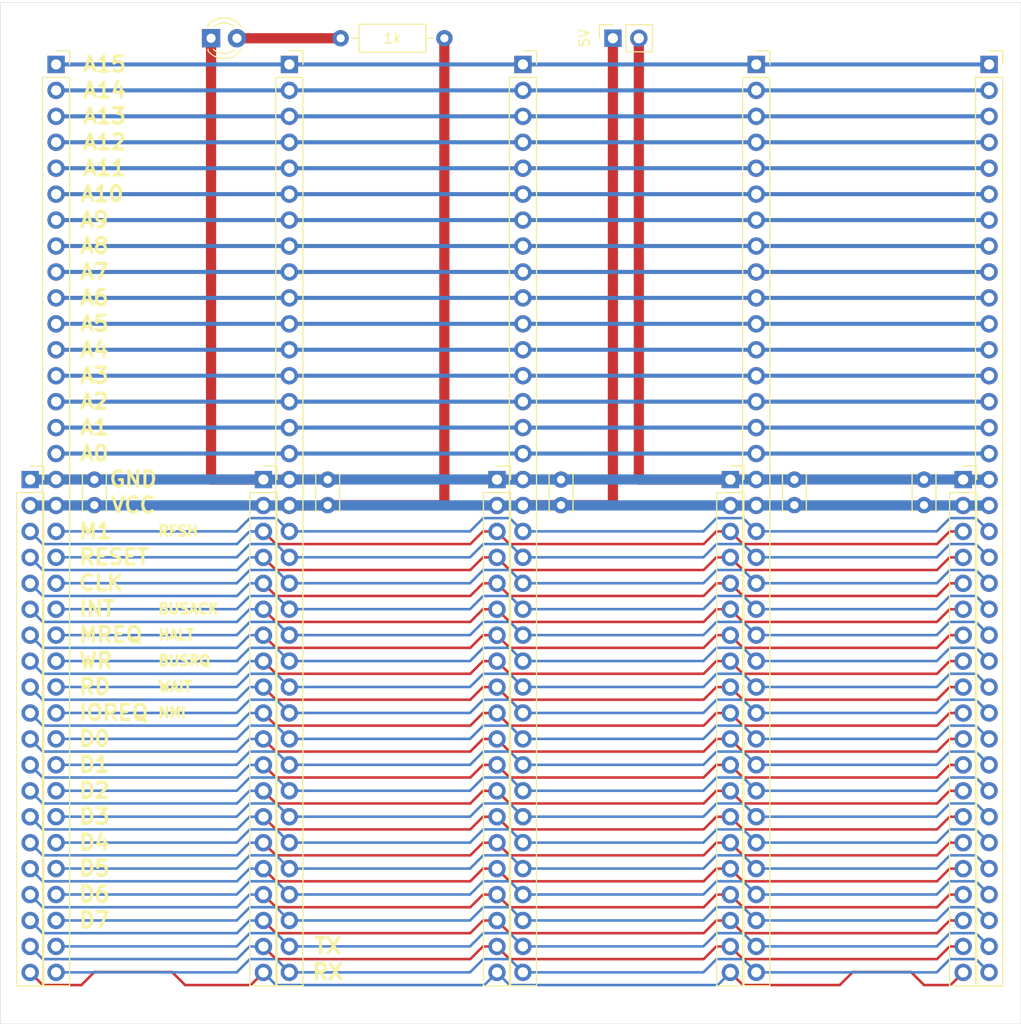
<source format=kicad_pcb>
(kicad_pcb (version 20211014) (generator pcbnew)
  (layers (0 "F.Cu" signal) (31 "B.Cu" signal) (34 "B.Paste" user) (35 "F.Paste" user) (36 "B.SilkS" user "B.Silkscreen") (37 "F.SilkS" user "F.Silkscreen") (38 "B.Mask" user) (39 "F.Mask" user) (44 "Edge.Cuts" user))
  (net 0 "")
  (footprint "Connector_PinSocket_2.54mm:PinSocket_1x36_P2.54mm_Vertical" (layer "F.Cu") (at 151.205 66.065)
    (fp_text reference "REF**" hide)
    (fp_text value "PinSocket_1x36_P2.54mm_Vertical" hide)
  )
  (footprint "Connector_PinSocket_2.54mm:PinSocket_1x20_P2.54mm_Vertical" (layer "F.Cu") (at 102.93 106.715)
    (fp_text reference "REF**" hide)
    (fp_text value "PinSocket_1x20_P2.54mm_Vertical" hide)
  )
  (footprint "Capacitor_THT:C_Disc_D3.4mm_W2.1mm_P2.50mm" (layer "F.Cu") (at 190.5 109.22 90)
    (fp_text reference "C" hide)
    (fp_text value "C_Disc_D3.4mm_W2.1mm_P2.50mm" hide)
  )
  (footprint "Capacitor_THT:C_Disc_D3.4mm_W2.1mm_P2.50mm" (layer "F.Cu") (at 177.8 109.22 90)
    (fp_text reference "C" hide)
    (fp_text value "C_Disc_D3.4mm_W2.1mm_P2.50mm" hide)
  )
  (footprint "Capacitor_THT:C_Disc_D3.4mm_W2.1mm_P2.50mm" (layer "F.Cu") (at 132.08 109.22 90)
    (fp_text reference "C" hide)
    (fp_text value "C_Disc_D3.4mm_W2.1mm_P2.50mm" hide)
  )
  (footprint "Connector_PinSocket_2.54mm:PinSocket_1x20_P2.54mm_Vertical" (layer "F.Cu") (at 194.335 106.715)
    (fp_text reference "REF**" hide)
    (fp_text value "PinSocket_1x20_P2.54mm_Vertical" hide)
  )
  (footprint "Connector_PinSocket_2.54mm:PinSocket_1x20_P2.54mm_Vertical" (layer "F.Cu") (at 148.665 106.715)
    (fp_text reference "REF**" hide)
    (fp_text value "PinSocket_1x20_P2.54mm_Vertical" hide)
  )
  (footprint "LED_THT:LED_D3.0mm" (layer "F.Cu") (at 120.65 63.5)
    (fp_text reference "REF**" hide)
    (fp_text value "LED_D3.0mm" hide)
  )
  (footprint "Resistor_THT:R_Axial_DIN0207_L6.3mm_D2.5mm_P10.16mm_Horizontal" (layer "F.Cu") (at 133.35 63.5)
    (fp_text reference "1k")
    (fp_text value "R_Axial_DIN0207_L6.3mm_D2.5mm_P10.16mm_Horizontal" hide)
  )
  (footprint "Capacitor_THT:C_Disc_D3.4mm_W2.1mm_P2.50mm" (layer "F.Cu") (at 109.22 109.22 90)
    (fp_text reference "C" hide)
    (fp_text value "C_Disc_D3.4mm_W2.1mm_P2.50mm" hide)
  )
  (footprint "MountingHole:MountingHole_2.2mm_M2" (layer "F.Cu") (at 113.03 62.23)
    (fp_text reference "REF**" hide)
    (fp_text value "MountingHole_2.2mm_M2" hide)
  )
  (footprint "Connector_PinSocket_2.54mm:PinSocket_1x36_P2.54mm_Vertical" (layer "F.Cu") (at 174.065 66.065)
    (fp_text reference "REF**" hide)
    (fp_text value "PinSocket_1x36_P2.54mm_Vertical" hide)
  )
  (footprint "MountingHole:MountingHole_2.2mm_M2" (layer "F.Cu") (at 186.42 62.23)
    (fp_text reference "REF**" hide)
    (fp_text value "MountingHole_2.2mm_M2" hide)
  )
  (footprint "Connector_PinSocket_2.54mm:PinSocket_1x36_P2.54mm_Vertical" (layer "F.Cu") (at 128.32 66.065)
    (fp_text reference "REF**" hide)
    (fp_text value "PinSocket_1x36_P2.54mm_Vertical" hide)
  )
  (footprint "Connector_PinSocket_2.54mm:PinSocket_1x02_P2.54mm_Vertical" (layer "F.Cu") (at 160.02 63.5 90)
    (fp_text reference "5V")
    (fp_text value "PinSocket_1x02_P2.54mm_Vertical" hide)
  )
  (footprint "Capacitor_THT:C_Disc_D3.4mm_W2.1mm_P2.50mm" (layer "F.Cu") (at 154.94 109.22 90)
    (fp_text reference "C" hide)
    (fp_text value "C_Disc_D3.4mm_W2.1mm_P2.50mm" hide)
  )
  (footprint "MountingHole:MountingHole_2.2mm_M2" (layer "F.Cu") (at 113.3 157.48)
    (fp_text reference "REF**" hide)
    (fp_text value "MountingHole_2.2mm_M2" hide)
  )
  (footprint "Connector_PinSocket_2.54mm:PinSocket_1x20_P2.54mm_Vertical" (layer "F.Cu") (at 125.78 106.715)
    (fp_text reference "REF**" hide)
    (fp_text value "PinSocket_1x20_P2.54mm_Vertical" hide)
  )
  (footprint "MountingHole:MountingHole_2.2mm_M2" (layer "F.Cu") (at 186.42 157.48)
    (fp_text reference "REF**" hide)
    (fp_text value "MountingHole_2.2mm_M2" hide)
  )
  (footprint "Connector_PinSocket_2.54mm:PinSocket_1x36_P2.54mm_Vertical" (layer "F.Cu") (at 105.47 66.065)
    (fp_text reference "REF**" hide)
    (fp_text value "PinSocket_1x36_P2.54mm_Vertical" hide)
  )
  (footprint "Connector_PinSocket_2.54mm:PinSocket_1x20_P2.54mm_Vertical" (layer "F.Cu") (at 171.525 106.715)
    (fp_text reference "REF**" hide)
    (fp_text value "PinSocket_1x20_P2.54mm_Vertical" hide)
  )
  (footprint "Connector_PinSocket_2.54mm:PinSocket_1x36_P2.54mm_Vertical" (layer "F.Cu") (at 196.875 66.065)
    (fp_text reference "REF**" hide)
    (fp_text value "PinSocket_1x36_P2.54mm_Vertical" hide)
  )
  (gr_rect (start 100 60) (end 200 160) (layer "Edge.Cuts") (width 0.05) (fill none))
  (gr_text "D2" (at 109.22 137.16) (layer "F.SilkS") (effects (font (size 1.5 1.5) (thickness 0.3))))
  (gr_text "A6" (at 109.22 88.9) (layer "F.SilkS") (effects (font (size 1.5 1.5) (thickness 0.3))))
  (gr_text "RFSH" (at 117.435238 111.76) (layer "F.SilkS") (effects (font (size 1 1) (thickness 0.25))))
  (gr_text "A9" (at 109.22 81.28) (layer "F.SilkS") (effects (font (size 1.5 1.5) (thickness 0.3))))
  (gr_text "A15" (at 107.95 66.04) (layer "F.SilkS") (effects (font (size 1.5 1.5) (thickness 0.3)) (justify left)))
  (gr_text "A7" (at 109.22 86.36) (layer "F.SilkS") (effects (font (size 1.5 1.5) (thickness 0.3))))
  (gr_text "RESET" (at 111.148572 114.3) (layer "F.SilkS") (effects (font (size 1.5 1.5) (thickness 0.3))))
  (gr_text "A0" (at 109.22 104.14) (layer "F.SilkS") (effects (font (size 1.5 1.5) (thickness 0.3))))
  (gr_text "HALT" (at 117.244762 121.92) (layer "F.SilkS") (effects (font (size 1 1) (thickness 0.25))))
  (gr_text "A5" (at 109.22 91.44) (layer "F.SilkS") (effects (font (size 1.5 1.5) (thickness 0.3))))
  (gr_text "INT" (at 109.47 119.38) (layer "F.SilkS") (effects (font (size 1.5 1.5) (thickness 0.3))))
  (gr_text "A8" (at 109.22 83.82) (layer "F.SilkS") (effects (font (size 1.5 1.5) (thickness 0.3))))
  (gr_text "GND" (at 113.03 106.68) (layer "F.SilkS") (effects (font (size 1.5 1.5) (thickness 0.3))))
  (gr_text "D6" (at 109.22 147.32) (layer "F.SilkS") (effects (font (size 1.5 1.5) (thickness 0.3))))
  (gr_text "CLK" (at 109.862858 116.84) (layer "F.SilkS") (effects (font (size 1.5 1.5) (thickness 0.3))))
  (gr_text "D7" (at 109.22 149.86) (layer "F.SilkS") (effects (font (size 1.5 1.5) (thickness 0.3))))
  (gr_text "MREQ" (at 110.827143 121.92) (layer "F.SilkS") (effects (font (size 1.5 1.5) (thickness 0.3))))
  (gr_text "BUSACK" (at 118.435238 119.38) (layer "F.SilkS") (effects (font (size 1 1) (thickness 0.25))))
  (gr_text "D5" (at 109.22 144.78) (layer "F.SilkS") (effects (font (size 1.5 1.5) (thickness 0.3))))
  (gr_text "WR" (at 109.362858 124.46) (layer "F.SilkS") (effects (font (size 1.5 1.5) (thickness 0.3))))
  (gr_text "A11" (at 107.95 76.2) (layer "F.SilkS") (effects (font (size 1.5 1.5) (thickness 0.3)) (justify left)))
  (gr_text "M1" (at 109.327143 111.76) (layer "F.SilkS") (effects (font (size 1.5 1.5) (thickness 0.3))))
  (gr_text "A10" (at 107.712857 78.74) (layer "F.SilkS") (effects (font (size 1.5 1.5) (thickness 0.3)) (justify left)))
  (gr_text "TX" (at 132.08 152.4) (layer "F.SilkS") (effects (font (size 1.5 1.5) (thickness 0.3))))
  (gr_text "WAIT" (at 117.125714 127) (layer "F.SilkS") (effects (font (size 1 1) (thickness 0.25))))
  (gr_text "NMI" (at 116.84 129.54) (layer "F.SilkS") (effects (font (size 1 1) (thickness 0.25))))
  (gr_text "D1" (at 109.22 134.62) (layer "F.SilkS") (effects (font (size 1.5 1.5) (thickness 0.3))))
  (gr_text "BUSRQ" (at 118.030476 124.46) (layer "F.SilkS") (effects (font (size 1 1) (thickness 0.25))))
  (gr_text "IOREQ" (at 111.112858 129.54) (layer "F.SilkS") (effects (font (size 1.5 1.5) (thickness 0.3))))
  (gr_text "A14" (at 107.95 68.58) (layer "F.SilkS") (effects (font (size 1.5 1.5) (thickness 0.3)) (justify left)))
  (gr_text "RX" (at 132.08 154.94) (layer "F.SilkS") (effects (font (size 1.5 1.5) (thickness 0.3))))
  (gr_text "A13" (at 107.95 71.12) (layer "F.SilkS") (effects (font (size 1.5 1.5) (thickness 0.3)) (justify left)))
  (gr_text "A12" (at 107.95 73.66) (layer "F.SilkS") (effects (font (size 1.5 1.5) (thickness 0.3)) (justify left)))
  (gr_text "D0" (at 109.22 132.08) (layer "F.SilkS") (effects (font (size 1.5 1.5) (thickness 0.3))))
  (gr_text "A1" (at 109.22 101.6) (layer "F.SilkS") (effects (font (size 1.5 1.5) (thickness 0.3))))
  (gr_text "D3" (at 109.22 139.7) (layer "F.SilkS") (effects (font (size 1.5 1.5) (thickness 0.3))))
  (gr_text "A3" (at 109.22 96.52) (layer "F.SilkS") (effects (font (size 1.5 1.5) (thickness 0.3))))
  (gr_text "A2" (at 109.22 99.06) (layer "F.SilkS") (effects (font (size 1.5 1.5) (thickness 0.3))))
  (gr_text "VCC" (at 113.03 109.22) (layer "F.SilkS") (effects (font (size 1.5 1.5) (thickness 0.3))))
  (gr_text "D4" (at 109.22 142.24) (layer "F.SilkS") (effects (font (size 1.5 1.5) (thickness 0.3))))
  (gr_text "RD" (at 109.255715 127) (layer "F.SilkS") (effects (font (size 1.5 1.5) (thickness 0.3))))
  (gr_text "A4" (at 109.22 93.98) (layer "F.SilkS") (effects (font (size 1.5 1.5) (thickness 0.3))))
  (segment (start 147.32 121.92) (end 147.355 121.955) (width 0.25) (layer "F.Cu") (net 0))
  (segment (start 127 125.715) (end 127 125.73) (width 0.25) (layer "F.Cu") (net 0))
  (segment (start 125.78 144.815) (end 127 146.035) (width 0.25) (layer "F.Cu") (net 0))
  (segment (start 102.93 154.975) (end 104.165 156.21) (width 0.25) (layer "F.Cu") (net 0))
  (segment (start 146.05 140.97) (end 147.32 139.7) (width 0.25) (layer "F.Cu") (net 0))
  (segment (start 149.86 115.53) (end 149.86 115.57) (width 0.25) (layer "F.Cu") (net 0))
  (segment (start 171.525 149.895) (end 172.72 151.09) (width 0.25) (layer "F.Cu") (net 0))
  (segment (start 146.05 146.05) (end 147.32 144.78) (width 0.25) (layer "F.Cu") (net 0))
  (segment (start 193.075 149.895) (end 194.335 149.895) (width 0.25) (layer "F.Cu") (net 0))
  (segment (start 193.075 147.355) (end 194.335 147.355) (width 0.25) (layer "F.Cu") (net 0))
  (segment (start 171.525 116.875) (end 172.72 118.07) (width 0.25) (layer "F.Cu") (net 0))
  (segment (start 146.05 125.73) (end 147.32 124.46) (width 0.25) (layer "F.Cu") (net 0))
  (segment (start 125.78 152.435) (end 127 153.655) (width 0.25) (layer "F.Cu") (net 0))
  (segment (start 193.04 116.84) (end 193.075 116.875) (width 0.25) (layer "F.Cu") (net 0))
  (segment (start 149.86 120.61) (end 149.86 120.65) (width 0.25) (layer "F.Cu") (net 0))
  (segment (start 172.72 130.81) (end 191.77 130.81) (width 0.25) (layer "F.Cu") (net 0))
  (segment (start 168.91 146.05) (end 170.18 144.78) (width 0.25) (layer "F.Cu") (net 0))
  (segment (start 127 130.795) (end 127 130.81) (width 0.25) (layer "F.Cu") (net 0))
  (segment (start 127 153.67) (end 146.05 153.67) (width 0.25) (layer "F.Cu") (net 0))
  (segment (start 146.05 151.13) (end 147.32 149.86) (width 0.25) (layer "F.Cu") (net 0))
  (segment (start 149.86 146.05) (end 168.91 146.05) (width 0.25) (layer "F.Cu") (net 0))
  (segment (start 147.32 142.24) (end 147.355 142.275) (width 0.25) (layer "F.Cu") (net 0))
  (segment (start 172.72 112.99) (end 172.72 113.03) (width 0.25) (layer "F.Cu") (net 0))
  (segment (start 147.32 124.46) (end 147.355 124.495) (width 0.25) (layer "F.Cu") (net 0))
  (segment (start 172.72 135.85) (end 172.72 135.89) (width 0.25) (layer "F.Cu") (net 0))
  (segment (start 172.72 140.97) (end 191.77 140.97) (width 0.25) (layer "F.Cu") (net 0))
  (segment (start 128.32 109.245) (end 132.055 109.245) (width 1) (layer "F.Cu") (net 0))
  (segment (start 147.355 129.575) (end 148.665 129.575) (width 0.25) (layer "F.Cu") (net 0))
  (segment (start 149.86 140.97) (end 168.91 140.97) (width 0.25) (layer "F.Cu") (net 0))
  (segment (start 160.02 63.5) (end 160.02 109.22) (width 1) (layer "F.Cu") (net 0))
  (segment (start 127 143.495) (end 127 143.51) (width 0.25) (layer "F.Cu") (net 0))
  (segment (start 104.165 156.21) (end 107.95 156.21) (width 0.25) (layer "F.Cu") (net 0))
  (segment (start 125.78 116.875) (end 127 118.095) (width 0.25) (layer "F.Cu") (net 0))
  (segment (start 193.04 111.76) (end 193.075 111.795) (width 0.25) (layer "F.Cu") (net 0))
  (segment (start 125.78 121.955) (end 127 123.175) (width 0.25) (layer "F.Cu") (net 0))
  (segment (start 170.18 147.32) (end 170.215 147.355) (width 0.25) (layer "F.Cu") (net 0))
  (segment (start 125.78 134.655) (end 127 135.875) (width 0.25) (layer "F.Cu") (net 0))
  (segment (start 127 151.115) (end 127 151.13) (width 0.25) (layer "F.Cu") (net 0))
  (segment (start 149.86 112.99) (end 149.86 113.03) (width 0.25) (layer "F.Cu") (net 0))
  (segment (start 191.77 113.03) (end 193.04 111.76) (width 0.25) (layer "F.Cu") (net 0))
  (segment (start 147.355 152.435) (end 148.665 152.435) (width 0.25) (layer "F.Cu") (net 0))
  (segment (start 149.86 120.65) (end 168.91 120.65) (width 0.25) (layer "F.Cu") (net 0))
  (segment (start 149.86 133.31) (end 149.86 133.35) (width 0.25) (layer "F.Cu") (net 0))
  (segment (start 148.665 116.875) (end 149.86 118.07) (width 0.25) (layer "F.Cu") (net 0))
  (segment (start 146.05 120.65) (end 147.32 119.38) (width 0.25) (layer "F.Cu") (net 0))
  (segment (start 171.525 134.655) (end 172.72 135.85) (width 0.25) (layer "F.Cu") (net 0))
  (segment (start 172.72 125.69) (end 172.72 125.73) (width 0.25) (layer "F.Cu") (net 0))
  (segment (start 193.075 132.115) (end 194.335 132.115) (width 0.25) (layer "F.Cu") (net 0))
  (segment (start 170.18 124.46) (end 170.215 124.495) (width 0.25) (layer "F.Cu") (net 0))
  (segment (start 172.72 140.93) (end 172.72 140.97) (width 0.25) (layer "F.Cu") (net 0))
  (segment (start 193.075 142.275) (end 194.335 142.275) (width 0.25) (layer "F.Cu") (net 0))
  (segment (start 147.355 127.035) (end 148.665 127.035) (width 0.25) (layer "F.Cu") (net 0))
  (segment (start 170.215 111.795) (end 171.525 111.795) (width 0.25) (layer "F.Cu") (net 0))
  (segment (start 170.215 121.955) (end 171.525 121.955) (width 0.25) (layer "F.Cu") (net 0))
  (segment (start 147.32 111.76) (end 147.355 111.795) (width 0.25) (layer "F.Cu") (net 0))
  (segment (start 170.215 127.035) (end 171.525 127.035) (width 0.25) (layer "F.Cu") (net 0))
  (segment (start 147.32 137.16) (end 147.355 137.195) (width 0.25) (layer "F.Cu") (net 0))
  (segment (start 127 115.555) (end 127 115.57) (width 0.25) (layer "F.Cu") (net 0))
  (segment (start 149.86 130.77) (end 149.86 130.81) (width 0.25) (layer "F.Cu") (net 0))
  (segment (start 120.65 106.715) (end 125.78 106.715) (width 1) (layer "F.Cu") (net 0))
  (segment (start 147.355 124.495) (end 148.665 124.495) (width 0.25) (layer "F.Cu") (net 0))
  (segment (start 170.215 147.355) (end 171.525 147.355) (width 0.25) (layer "F.Cu") (net 0))
  (segment (start 149.86 118.07) (end 149.86 118.11) (width 0.25) (layer "F.Cu") (net 0))
  (segment (start 127 120.65) (end 146.05 120.65) (width 0.25) (layer "F.Cu") (net 0))
  (segment (start 168.91 123.19) (end 170.18 121.92) (width 0.25) (layer "F.Cu") (net 0))
  (segment (start 193.04 132.08) (end 193.075 132.115) (width 0.25) (layer "F.Cu") (net 0))
  (segment (start 193.04 114.3) (end 193.075 114.335) (width 0.25) (layer "F.Cu") (net 0))
  (segment (start 127 151.13) (end 146.05 151.13) (width 0.25) (layer "F.Cu") (net 0))
  (segment (start 170.18 144.78) (end 170.215 144.815) (width 0.25) (layer "F.Cu") (net 0))
  (segment (start 127 153.655) (end 127 153.67) (width 0.25) (layer "F.Cu") (net 0))
  (segment (start 147.32 152.4) (end 147.355 152.435) (width 0.25) (layer "F.Cu") (net 0))
  (segment (start 170.18 139.7) (end 170.215 139.735) (width 0.25) (layer "F.Cu") (net 0))
  (segment (start 172.72 133.35) (end 191.77 133.35) (width 0.25) (layer "F.Cu") (net 0))
  (segment (start 125.78 114.335) (end 127 115.555) (width 0.25) (layer "F.Cu") (net 0))
  (segment (start 172.72 148.55) (end 172.72 148.59) (width 0.25) (layer "F.Cu") (net 0))
  (segment (start 147.355 147.355) (end 148.665 147.355) (width 0.25) (layer "F.Cu") (net 0))
  (segment (start 154.94 109.22) (end 151.23 109.22) (width 1) (layer "F.Cu") (net 0))
  (segment (start 191.77 135.89) (end 193.04 134.62) (width 0.25) (layer "F.Cu") (net 0))
  (segment (start 149.86 148.55) (end 149.86 148.59) (width 0.25) (layer "F.Cu") (net 0))
  (segment (start 162.56 106.68) (end 162.595 106.715) (width 1) (layer "F.Cu") (net 0))
  (segment (start 170.18 149.86) (end 170.215 149.895) (width 0.25) (layer "F.Cu") (net 0))
  (segment (start 182.245 156.21) (end 183.515 154.94) (width 0.25) (layer "F.Cu") (net 0))
  (segment (start 193.04 149.86) (end 193.075 149.895) (width 0.25) (layer "F.Cu") (net 0))
  (segment (start 127 148.59) (end 146.05 148.59) (width 0.25) (layer "F.Cu") (net 0))
  (segment (start 149.86 138.43) (end 168.91 138.43) (width 0.25) (layer "F.Cu") (net 0))
  (segment (start 125.78 137.195) (end 127 138.415) (width 0.25) (layer "F.Cu") (net 0))
  (segment (start 125.78 139.735) (end 127 140.955) (width 0.25) (layer "F.Cu") (net 0))
  (segment (start 191.77 118.11) (end 193.04 116.84) (width 0.25) (layer "F.Cu") (net 0))
  (segment (start 172.72 138.39) (end 172.72 138.43) (width 0.25) (layer "F.Cu") (net 0))
  (segment (start 148.665 114.335) (end 149.86 115.53) (width 0.25) (layer "F.Cu") (net 0))
  (segment (start 148.665 147.355) (end 149.86 148.55) (width 0.25) (layer "F.Cu") (net 0))
  (segment (start 149.86 146.01) (end 149.86 146.05) (width 0.25) (layer "F.Cu") (net 0))
  (segment (start 193.1 156.21) (end 194.335 154.975) (width 0.25) (layer "F.Cu") (net 0))
  (segment (start 168.91 151.13) (end 170.18 149.86) (width 0.25) (layer "F.Cu") (net 0))
  (segment (start 147.355 149.895) (end 148.665 149.895) (width 0.25) (layer "F.Cu") (net 0))
  (segment (start 191.77 123.19) (end 193.04 121.92) (width 0.25) (layer "F.Cu") (net 0))
  (segment (start 193.04 127) (end 193.075 127.035) (width 0.25) (layer "F.Cu") (net 0))
  (segment (start 190.5 156.21) (end 193.1 156.21) (width 0.25) (layer "F.Cu") (net 0))
  (segment (start 171.525 121.955) (end 172.72 123.15) (width 0.25) (layer "F.Cu") (net 0))
  (segment (start 170.18 114.3) (end 170.215 114.335) (width 0.25) (layer "F.Cu") (net 0))
  (segment (start 124.545 156.21) (end 125.78 154.975) (width 0.25) (layer "F.Cu") (net 0))
  (segment (start 168.91 153.67) (end 170.18 152.4) (width 0.25) (layer "F.Cu") (net 0))
  (segment (start 171.525 154.975) (end 172.72 156.17) (width 0.25) (layer "F.Cu") (net 0))
  (segment (start 133.35 63.5) (end 123.19 63.5) (width 1) (layer "F.Cu") (net 0))
  (segment (start 172.72 120.65) (end 191.77 120.65) (width 0.25) (layer "F.Cu") (net 0))
  (segment (start 127 135.875) (end 127 135.89) (width 0.25) (layer "F.Cu") (net 0))
  (segment (start 151.23 109.22) (end 151.205 109.245) (width 1) (layer "F.Cu") (net 0))
  (segment (start 168.91 118.11) (end 170.18 116.84) (width 0.25) (layer "F.Cu") (net 0))
  (segment (start 172.72 115.57) (end 191.77 115.57) (width 0.25) (layer "F.Cu") (net 0))
  (segment (start 191.77 143.51) (end 193.04 142.24) (width 0.25) (layer "F.Cu") (net 0))
  (segment (start 146.05 138.43) (end 147.32 137.16) (width 0.25) (layer "F.Cu") (net 0))
  (segment (start 146.05 128.27) (end 147.32 127) (width 0.25) (layer "F.Cu") (net 0))
  (segment (start 193.075 127.035) (end 194.335 127.035) (width 0.25) (layer "F.Cu") (net 0))
  (segment (start 168.91 128.27) (end 170.18 127) (width 0.25) (layer "F.Cu") (net 0))
  (segment (start 193.075 124.495) (end 194.335 124.495) (width 0.25) (layer "F.Cu") (net 0))
  (segment (start 171.525 152.435) (end 172.72 153.63) (width 0.25) (layer "F.Cu") (net 0))
  (segment (start 193.04 142.24) (end 193.075 142.275) (width 0.25) (layer "F.Cu") (net 0))
  (segment (start 148.665 111.795) (end 149.86 112.99) (width 0.25) (layer "F.Cu") (net 0))
  (segment (start 127 118.11) (end 146.05 118.11) (width 0.25) (layer "F.Cu") (net 0))
  (segment (start 172.72 153.67) (end 191.77 153.67) (width 0.25) (layer "F.Cu") (net 0))
  (segment (start 146.05 143.51) (end 147.32 142.24) (width 0.25) (layer "F.Cu") (net 0))
  (segment (start 149.86 135.85) (end 149.86 135.89) (width 0.25) (layer "F.Cu") (net 0))
  (segment (start 107.95 156.21) (end 109.22 154.94) (width 0.25) (layer "F.Cu") (net 0))
  (segment (start 193.04 144.78) (end 193.075 144.815) (width 0.25) (layer "F.Cu") (net 0))
  (segment (start 171.525 127.035) (end 172.72 128.23) (width 0.25) (layer "F.Cu") (net 0))
  (segment (start 170.18 119.38) (end 170.215 119.415) (width 0.25) (layer "F.Cu") (net 0))
  (segment (start 172.72 135.89) (end 191.77 135.89) (width 0.25) (layer "F.Cu") (net 0))
  (segment (start 172.72 118.11) (end 191.77 118.11) (width 0.25) (layer "F.Cu") (net 0))
  (segment (start 149.86 153.67) (end 168.91 153.67) (width 0.25) (layer "F.Cu") (net 0))
  (segment (start 170.215 114.335) (end 171.525 114.335) (width 0.25) (layer "F.Cu") (net 0))
  (segment (start 146.05 115.57) (end 147.32 114.3) (width 0.25) (layer "F.Cu") (net 0))
  (segment (start 147.32 132.08) (end 147.355 132.115) (width 0.25) (layer "F.Cu") (net 0))
  (segment (start 147.32 114.3) (end 147.355 114.335) (width 0.25) (layer "F.Cu") (net 0))
  (segment (start 125.78 119.415) (end 127 120.635) (width 0.25) (layer "F.Cu") (net 0))
  (segment (start 171.525 129.575) (end 172.72 130.77) (width 0.25) (layer "F.Cu") (net 0))
  (segment (start 149.86 153.63) (end 149.86 153.67) (width 0.25) (layer "F.Cu") (net 0))
  (segment (start 170.215 116.875) (end 171.525 116.875) (width 0.25) (layer "F.Cu") (net 0))
  (segment (start 149.86 115.57) (end 168.91 115.57) (width 0.25) (layer "F.Cu") (net 0))
  (segment (start 147.32 127) (end 147.355 127.035) (width 0.25) (layer "F.Cu") (net 0))
  (segment (start 193.075 114.335) (end 194.335 114.335) (width 0.25) (layer "F.Cu") (net 0))
  (segment (start 172.72 123.19) (end 191.77 123.19) (width 0.25) (layer "F.Cu") (net 0))
  (segment (start 168.91 135.89) (end 170.18 134.62) (width 0.25) (layer "F.Cu") (net 0))
  (segment (start 170.18 127) (end 170.215 127.035) (width 0.25) (layer "F.Cu") (net 0))
  (segment (start 193.075 119.415) (end 194.335 119.415) (width 0.25) (layer "F.Cu") (net 0))
  (segment (start 172.72 153.63) (end 172.72 153.67) (width 0.25) (layer "F.Cu") (net 0))
  (segment (start 147.355 144.815) (end 148.665 144.815) (width 0.25) (layer "F.Cu") (net 0))
  (segment (start 127 140.97) (end 146.05 140.97) (width 0.25) (layer "F.Cu") (net 0))
  (segment (start 116.84 154.94) (end 118.11 156.21) (width 0.25) (layer "F.Cu") (net 0))
  (segment (start 146.05 123.19) (end 147.32 121.92) (width 0.25) (layer "F.Cu") (net 0))
  (segment (start 125.78 111.795) (end 127 113.015) (width 0.25) (layer "F.Cu") (net 0))
  (segment (start 170.18 129.54) (end 170.215 129.575) (width 0.25) (layer "F.Cu") (net 0))
  (segment (start 147.32 116.84) (end 147.355 116.875) (width 0.25) (layer "F.Cu") (net 0))
  (segment (start 125.78 142.275) (end 127 143.495) (width 0.25) (layer "F.Cu") (net 0))
  (segment (start 168.91 140.97) (end 170.18 139.7) (width 0.25) (layer "F.Cu") (net 0))
  (segment (start 127 135.89) (end 146.05 135.89) (width 0.25) (layer "F.Cu") (net 0))
  (segment (start 148.665 139.735) (end 149.86 140.93) (width 0.25) (layer "F.Cu") (net 0))
  (segment (start 146.05 148.59) (end 147.32 147.32) (width 0.25) (layer "F.Cu") (net 0))
  (segment (start 170.215 139.735) (end 171.525 139.735) (width 0.25) (layer "F.Cu") (net 0))
  (segment (start 168.91 133.35) (end 170.18 132.08) (width 0.25) (layer "F.Cu") (net 0))
  (segment (start 147.355 132.115) (end 148.665 132.115) (width 0.25) (layer "F.Cu") (net 0))
  (segment (start 171.525 142.275) (end 172.72 143.47) (width 0.25) (layer "F.Cu") (net 0))
  (segment (start 172.72 123.15) (end 172.72 123.19) (width 0.25) (layer "F.Cu") (net 0))
  (segment (start 120.65 63.5) (end 120.65 106.715) (width 1) (layer "F.Cu") (net 0))
  (segment (start 170.18 142.24) (end 170.215 142.275) (width 0.25) (layer "F.Cu") (net 0))
  (segment (start 149.86 123.19) (end 168.91 123.19) (width 0.25) (layer "F.Cu") (net 0))
  (segment (start 147.32 139.7) (end 147.355 139.735) (width 0.25) (layer "F.Cu") (net 0))
  (segment (start 172.72 146.01) (end 172.72 146.05) (width 0.25) (layer "F.Cu") (net 0))
  (segment (start 146.05 113.03) (end 147.32 111.76) (width 0.25) (layer "F.Cu") (net 0))
  (segment (start 172.72 146.05) (end 191.77 146.05) (width 0.25) (layer "F.Cu") (net 0))
  (segment (start 118.11 156.21) (end 124.545 156.21) (width 0.25) (layer "F.Cu") (net 0))
  (segment (start 127 113.03) (end 146.05 113.03) (width 0.25) (layer "F.Cu") (net 0))
  (segment (start 147.32 119.38) (end 147.355 119.415) (width 0.25) (layer "F.Cu") (net 0))
  (segment (start 148.665 106.715) (end 148.665 106.755) (width 0.25) (layer "F.Cu") (net 0))
  (segment (start 127 138.43) (end 146.05 138.43) (width 0.25) (layer "F.Cu") (net 0))
  (segment (start 168.91 143.51) (end 170.18 142.24) (width 0.25) (layer "F.Cu") (net 0))
  (segment (start 149.86 135.89) (end 168.91 135.89) (width 0.25) (layer "F.Cu") (net 0))
  (segment (start 148.665 149.895) (end 149.86 151.09) (width 0.25) (layer "F.Cu") (net 0))
  (segment (start 125.78 124.495) (end 127 125.715) (width 0.25) (layer "F.Cu") (net 0))
  (segment (start 171.525 132.115) (end 172.72 133.31) (width 0.25) (layer "F.Cu") (net 0))
  (segment (start 170.215 134.655) (end 171.525 134.655) (width 0.25) (layer "F.Cu") (net 0))
  (segment (start 146.05 153.67) (end 147.32 152.4) (width 0.25) (layer "F.Cu") (net 0))
  (segment (start 160.02 109.22) (end 154.94 109.22) (width 1) (layer "F.Cu") (net 0))
  (segment (start 149.86 148.59) (end 168.91 148.59) (width 0.25) (layer "F.Cu") (net 0))
  (segment (start 125.78 127.035) (end 127 128.255) (width 0.25) (layer "F.Cu") (net 0))
  (segment (start 171.525 137.195) (end 172.72 138.39) (width 0.25) (layer "F.Cu") (net 0))
  (segment (start 193.075 121.955) (end 194.335 121.955) (width 0.25) (layer "F.Cu") (net 0))
  (segment (start 162.56 63.5) (end 162.56 106.68) (width 1) (layer "F.Cu") (net 0))
  (segment (start 168.91 138.43) (end 170.18 137.16) (width 0.25) (layer "F.Cu") (net 0))
  (segment (start 191.77 146.05) (end 193.04 144.78) (width 0.25) (layer "F.Cu") (net 0))
  (segment (start 172.72 133.31) (end 172.72 133.35) (width 0.25) (layer "F.Cu") (net 0))
  (segment (start 193.075 144.815) (end 194.335 144.815) (width 0.25) (layer "F.Cu") (net 0))
  (segment (start 147.355 142.275) (end 148.665 142.275) (width 0.25) (layer "F.Cu") (net 0))
  (segment (start 172.72 143.51) (end 191.77 143.51) (width 0.25) (layer "F.Cu") (net 0))
  (segment (start 147.355 139.735) (end 148.665 139.735) (width 0.25) (layer "F.Cu") (net 0))
  (segment (start 127 118.095) (end 127 118.11) (width 0.25) (layer "F.Cu") (net 0))
  (segment (start 170.18 152.4) (end 170.215 152.435) (width 0.25) (layer "F.Cu") (net 0))
  (segment (start 147.355 119.415) (end 148.665 119.415) (width 0.25) (layer "F.Cu") (net 0))
  (segment (start 127 130.81) (end 146.05 130.81) (width 0.25) (layer "F.Cu") (net 0))
  (segment (start 168.91 148.59) (end 170.18 147.32) (width 0.25) (layer "F.Cu") (net 0))
  (segment (start 172.72 128.27) (end 191.77 128.27) (width 0.25) (layer "F.Cu") (net 0))
  (segment (start 191.77 148.59) (end 193.04 147.32) (width 0.25) (layer "F.Cu") (net 0))
  (segment (start 146.05 133.35) (end 147.32 132.08) (width 0.25) (layer "F.Cu") (net 0))
  (segment (start 170.18 111.76) (end 170.215 111.795) (width 0.25) (layer "F.Cu") (net 0))
  (segment (start 170.18 132.08) (end 170.215 132.115) (width 0.25) (layer "F.Cu") (net 0))
  (segment (start 149.86 113.03) (end 168.91 113.03) (width 0.25) (layer "F.Cu") (net 0))
  (segment (start 193.04 119.38) (end 193.075 119.415) (width 0.25) (layer "F.Cu") (net 0))
  (segment (start 172.72 151.13) (end 191.77 151.13) (width 0.25) (layer "F.Cu") (net 0))
  (segment (start 170.215 124.495) (end 171.525 124.495) (width 0.25) (layer "F.Cu") (net 0))
  (segment (start 170.18 137.16) (end 170.215 137.195) (width 0.25) (layer "F.Cu") (net 0))
  (segment (start 127 128.255) (end 127 128.27) (width 0.25) (layer "F.Cu") (net 0))
  (segment (start 148.665 129.575) (end 149.86 130.77) (width 0.25) (layer "F.Cu") (net 0))
  (segment (start 148.665 121.955) (end 149.86 123.15) (width 0.25) (layer "F.Cu") (net 0))
  (segment (start 168.91 130.81) (end 170.18 129.54) (width 0.25) (layer "F.Cu") (net 0))
  (segment (start 170.18 116.84) (end 170.215 116.875) (width 0.25) (layer "F.Cu") (net 0))
  (segment (start 168.91 113.03) (end 170.18 111.76) (width 0.25) (layer "F.Cu") (net 0))
  (segment (start 125.78 132.115) (end 127 133.335) (width 0.25) (layer "F.Cu") (net 0))
  (segment (start 172.72 113.03) (end 191.77 113.03) (width 0.25) (layer "F.Cu") (net 0))
  (segment (start 149.86 140.93) (end 149.86 140.97) (width 0.25) (layer "F.Cu") (net 0))
  (segment (start 149.86 123.15) (end 149.86 123.19) (width 0.25) (layer "F.Cu") (net 0))
  (segment (start 149.86 138.39) (end 149.86 138.43) (width 0.25) (layer "F.Cu") (net 0))
  (segment (start 127 128.27) (end 146.05 128.27) (width 0.25) (layer "F.Cu") (net 0))
  (segment (start 127 148.575) (end 127 148.59) (width 0.25) (layer "F.Cu") (net 0))
  (segment (start 172.72 130.77) (end 172.72 130.81) (width 0.25) (layer "F.Cu") (net 0))
  (segment (start 191.77 130.81) (end 193.04 129.54) (width 0.25) (layer "F.Cu") (net 0))
  (segment (start 193.04 129.54) (end 193.075 129.575) (width 0.25) (layer "F.Cu") (net 0))
  (segment (start 149.86 133.35) (end 168.91 133.35) (width 0.25) (layer "F.Cu") (net 0))
  (segment (start 191.77 140.97) (end 193.04 139.7) (width 0.25) (layer "F.Cu") (net 0))
  (segment (start 127 133.335) (end 127 133.35) (width 0.25) (layer "F.Cu") (net 0))
  (segment (start 170.215 137.195) (end 171.525 137.195) (width 0.25) (layer "F.Cu") (net 0))
  (segment (start 127 146.035) (end 127 146.05) (width 0.25) (layer "F.Cu") (net 0))
  (segment (start 170.215 129.575) (end 171.525 129.575) (width 0.25) (layer "F.Cu") (net 0))
  (segment (start 171.525 106.715) (end 171.525 106.755) (width 0.25) (layer "F.Cu") (net 0))
  (segment (start 170.215 132.115) (end 171.525 132.115) (width 0.25) (layer "F.Cu") (net 0))
  (segment (start 127 143.51) (end 146.05 143.51) (width 0.25) (layer "F.Cu") (net 0))
  (segment (start 193.04 139.7) (end 193.075 139.735) (width 0.25) (layer "F.Cu") (net 0))
  (segment (start 147.32 149.86) (end 147.355 149.895) (width 0.25) (layer "F.Cu") (net 0))
  (segment (start 149.86 143.51) (end 168.91 143.51) (width 0.25) (layer "F.Cu") (net 0))
  (segment (start 172.72 115.53) (end 172.72 115.57) (width 0.25) (layer "F.Cu") (net 0))
  (segment (start 193.075 139.735) (end 194.335 139.735) (width 0.25) (layer "F.Cu") (net 0))
  (segment (start 127 120.635) (end 127 120.65) (width 0.25) (layer "F.Cu") (net 0))
  (segment (start 170.215 119.415) (end 171.525 119.415) (width 0.25) (layer "F.Cu") (net 0))
  (segment (start 191.77 115.57) (end 193.04 114.3) (width 0.25) (layer "F.Cu") (net 0))
  (segment (start 148.665 132.115) (end 149.86 133.31) (width 0.25) (layer "F.Cu") (net 0))
  (segment (start 193.075 111.795) (end 194.335 111.795) (width 0.25) (layer "F.Cu") (net 0))
  (segment (start 193.04 121.92) (end 193.075 121.955) (width 0.25) (layer "F.Cu") (net 0))
  (segment (start 149.86 143.47) (end 149.86 143.51) (width 0.25) (layer "F.Cu") (net 0))
  (segment (start 147.355 116.875) (end 148.665 116.875) (width 0.25) (layer "F.Cu") (net 0))
  (segment (start 172.72 138.43) (end 191.77 138.43) (width 0.25) (layer "F.Cu") (net 0))
  (segment (start 191.77 138.43) (end 193.04 137.16) (width 0.25) (layer "F.Cu") (net 0))
  (segment (start 183.515 154.94) (end 189.23 154.94) (width 0.25) (layer "F.Cu") (net 0))
  (segment (start 193.04 134.62) (end 193.075 134.655) (width 0.25) (layer "F.Cu") (net 0))
  (segment (start 132.055 109.245) (end 132.08 109.22) (width 1) (layer "F.Cu") (net 0))
  (segment (start 147.355 114.335) (end 148.665 114.335) (width 0.25) (layer "F.Cu") (net 0))
  (segment (start 162.595 106.715) (end 171.525 106.715) (width 1) (layer "F.Cu") (net 0))
  (segment (start 191.77 151.13) (end 193.04 149.86) (width 0.25) (layer "F.Cu") (net 0))
  (segment (start 146.05 130.81) (end 147.32 129.54) (width 0.25) (layer "F.Cu") (net 0))
  (segment (start 148.665 137.195) (end 149.86 138.39) (width 0.25) (layer "F.Cu") (net 0))
  (segment (start 149.86 151.09) (end 149.86 151.13) (width 0.25) (layer "F.Cu") (net 0))
  (segment (start 125.78 106.715) (end 125.78 106.73) (width 0.25) (layer "F.Cu") (net 0))
  (segment (start 147.355 111.795) (end 148.665 111.795) (width 0.25) (layer "F.Cu") (net 0))
  (segment (start 127 113.015) (end 127 113.03) (width 0.25) (layer "F.Cu") (net 0))
  (segment (start 191.77 153.67) (end 193.04 152.4) (width 0.25) (layer "F.Cu") (net 0))
  (segment (start 170.18 134.62) (end 170.215 134.655) (width 0.25) (layer "F.Cu") (net 0))
  (segment (start 168.91 115.57) (end 170.18 114.3) (width 0.25) (layer "F.Cu") (net 0))
  (segment (start 148.665 144.815) (end 149.86 146.01) (width 0.25) (layer "F.Cu") (net 0))
  (segment (start 170.215 149.895) (end 171.525 149.895) (width 0.25) (layer "F.Cu") (net 0))
  (segment (start 127 123.175) (end 127 123.19) (width 0.25) (layer "F.Cu") (net 0))
  (segment (start 149.86 128.23) (end 149.86 128.27) (width 0.25) (layer "F.Cu") (net 0))
  (segment (start 109.22 154.94) (end 116.84 154.94) (width 0.25) (layer "F.Cu") (net 0))
  (segment (start 125.78 149.895) (end 127 151.115) (width 0.25) (layer "F.Cu") (net 0))
  (segment (start 172.72 128.23) (end 172.72 128.27) (width 0.25) (layer "F.Cu") (net 0))
  (segment (start 171.525 139.735) (end 172.72 140.93) (width 0.25) (layer "F.Cu") (net 0))
  (segment (start 127 140.955) (end 127 140.97) (width 0.25) (layer "F.Cu") (net 0))
  (segment (start 149.86 125.73) (end 168.91 125.73) (width 0.25) (layer "F.Cu") (net 0))
  (segment (start 170.215 142.275) (end 171.525 142.275) (width 0.25) (layer "F.Cu") (net 0))
  (segment (start 193.075 137.195) (end 194.335 137.195) (width 0.25) (layer "F.Cu") (net 0))
  (segment (start 127 123.19) (end 146.05 123.19) (width 0.25) (layer "F.Cu") (net 0))
  (segment (start 193.075 116.875) (end 194.335 116.875) (width 0.25) (layer "F.Cu") (net 0))
  (segment (start 193.075 152.435) (end 194.335 152.435) (width 0.25) (layer "F.Cu") (net 0))
  (segment (start 147.32 144.78) (end 147.355 144.815) (width 0.25) (layer "F.Cu") (net 0))
  (segment (start 191.77 128.27) (end 193.04 127) (width 0.25) (layer "F.Cu") (net 0))
  (segment (start 147.355 137.195) (end 148.665 137.195) (width 0.25) (layer "F.Cu") (net 0))
  (segment (start 172.72 143.47) (end 172.72 143.51) (width 0.25) (layer "F.Cu") (net 0))
  (segment (start 191.77 120.65) (end 193.04 119.38) (width 0.25) (layer "F.Cu") (net 0))
  (segment (start 148.665 142.275) (end 149.86 143.47) (width 0.25) (layer "F.Cu") (net 0))
  (segment (start 149.86 151.13) (end 168.91 151.13) (width 0.25) (layer "F.Cu") (net 0))
  (segment (start 170.18 121.92) (end 170.215 121.955) (width 0.25) (layer "F.Cu") (net 0))
  (segment (start 147.355 134.655) (end 148.665 134.655) (width 0.25) (layer "F.Cu") (net 0))
  (segment (start 132.08 109.22) (end 143.51 109.22) (width 1) (layer "F.Cu") (net 0))
  (segment (start 172.72 125.73) (end 191.77 125.73) (width 0.25) (layer "F.Cu") (net 0))
  (segment (start 147.355 121.955) (end 148.665 121.955) (width 0.25) (layer "F.Cu") (net 0))
  (segment (start 170.215 144.815) (end 171.525 144.815) (width 0.25) (layer "F.Cu") (net 0))
  (segment (start 127 146.05) (end 146.05 146.05) (width 0.25) (layer "F.Cu") (net 0))
  (segment (start 193.075 129.575) (end 194.335 129.575) (width 0.25) (layer "F.Cu") (net 0))
  (segment (start 147.32 134.62) (end 147.355 134.655) (width 0.25) (layer "F.Cu") (net 0))
  (segment (start 172.72 151.09) (end 172.72 151.13) (width 0.25) (layer "F.Cu") (net 0))
  (segment (start 148.665 127.035) (end 149.86 128.23) (width 0.25) (layer "F.Cu") (net 0))
  (segment (start 172.72 156.21) (end 182.245 156.21) (width 0.25) (layer "F.Cu") (net 0))
  (segment (start 148.665 124.495) (end 149.86 125.69) (width 0.25) (layer "F.Cu") (net 0))
  (segment (start 172.72 118.07) (end 172.72 118.11) (width 0.25) (layer "F.Cu") (net 0))
  (segment (start 147.32 129.54) (end 147.355 129.575) (width 0.25) (layer "F.Cu") (net 0))
  (segment (start 149.86 125.69) (end 149.86 125.73) (width 0.25) (layer "F.Cu") (net 0))
  (segment (start 125.78 147.355) (end 127 148.575) (width 0.25) (layer "F.Cu") (net 0))
  (segment (start 171.525 119.415) (end 172.72 120.61) (width 0.25) (layer "F.Cu") (net 0))
  (segment (start 127 138.415) (end 127 138.43) (width 0.25) (layer "F.Cu") (net 0))
  (segment (start 148.665 134.655) (end 149.86 135.85) (width 0.25) (layer "F.Cu") (net 0))
  (segment (start 172.72 120.61) (end 172.72 120.65) (width 0.25) (layer "F.Cu") (net 0))
  (segment (start 148.665 119.415) (end 149.86 120.61) (width 0.25) (layer "F.Cu") (net 0))
  (segment (start 171.525 111.795) (end 172.72 112.99) (width 0.25) (layer "F.Cu") (net 0))
  (segment (start 171.525 114.335) (end 172.72 115.53) (width 0.25) (layer "F.Cu") (net 0))
  (segment (start 191.77 125.73) (end 193.04 124.46) (width 0.25) (layer "F.Cu") (net 0))
  (segment (start 127 115.57) (end 146.05 115.57) (width 0.25) (layer "F.Cu") (net 0))
  (segment (start 171.525 144.815) (end 172.72 146.01) (width 0.25) (layer "F.Cu") (net 0))
  (segment (start 193.04 152.4) (end 193.075 152.435) (width 0.25) (layer "F.Cu") (net 0))
  (segment (start 193.075 134.655) (end 194.335 134.655) (width 0.25) (layer "F.Cu") (net 0))
  (segment (start 146.05 135.89) (end 147.32 134.62) (width 0.25) (layer "F.Cu") (net 0))
  (segment (start 146.05 118.11) (end 147.32 116.84) (width 0.25) (layer "F.Cu") (net 0))
  (segment (start 168.91 125.73) (end 170.18 124.46) (width 0.25) (layer "F.Cu") (net 0))
  (segment (start 168.91 120.65) (end 170.18 119.38) (width 0.25) (layer "F.Cu") (net 0))
  (segment (start 193.04 124.46) (end 193.075 124.495) (width 0.25) (layer "F.Cu") (net 0))
  (segment (start 149.86 128.27) (end 168.91 128.27) (width 0.25) (layer "F.Cu") (net 0))
  (segment (start 127 133.35) (end 146.05 133.35) (width 0.25) (layer "F.Cu") (net 0))
  (segment (start 193.04 137.16) (end 193.075 137.195) (width 0.25) (layer "F.Cu") (net 0))
  (segment (start 148.665 152.435) (end 149.86 153.63) (width 0.25) (layer "F.Cu") (net 0))
  (segment (start 172.72 148.59) (end 191.77 148.59) (width 0.25) (layer "F.Cu") (net 0))
  (segment (start 171.525 124.495) (end 172.72 125.69) (width 0.25) (layer "F.Cu") (net 0))
  (segment (start 193.04 147.32) (end 193.075 147.355) (width 0.25) (layer "F.Cu") (net 0))
  (segment (start 189.23 154.94) (end 190.5 156.21) (width 0.25) (layer "F.Cu") (net 0))
  (segment (start 191.77 133.35) (end 193.04 132.08) (width 0.25) (layer "F.Cu") (net 0))
  (segment (start 143.51 109.22) (end 143.51 63.5) (width 1) (layer "F.Cu") (net 0))
  (segment (start 170.215 152.435) (end 171.525 152.435) (width 0.25) (layer "F.Cu") (net 0))
  (segment (start 149.86 130.81) (end 168.91 130.81) (width 0.25) (layer "F.Cu") (net 0))
  (segment (start 171.525 147.355) (end 172.72 148.55) (width 0.25) (layer "F.Cu") (net 0))
  (segment (start 127 125.73) (end 146.05 125.73) (width 0.25) (layer "F.Cu") (net 0))
  (segment (start 149.86 118.11) (end 168.91 118.11) (width 0.25) (layer "F.Cu") (net 0))
  (segment (start 147.32 147.32) (end 147.355 147.355) (width 0.25) (layer "F.Cu") (net 0))
  (segment (start 125.78 129.575) (end 127 130.795) (width 0.25) (layer "F.Cu") (net 0))
  (segment (start 174.065 78.765) (end 196.875 78.765) (width 0.4) (layer "B.Cu") (net 0))
  (segment (start 123.19 118.11) (end 124.46 116.84) (width 0.25) (layer "B.Cu") (net 0))
  (segment (start 124.46 111.76) (end 124.495 111.795) (width 0.25) (layer "B.Cu") (net 0))
  (segment (start 124.46 113.03) (end 127.025 113.03) (width 0.25) (layer "B.Cu") (net 0))
  (segment (start 104.14 135.865) (end 104.14 135.89) (width 0.25) (layer "B.Cu") (net 0))
  (segment (start 174.065 142.265) (end 191.745 142.265) (width 0.25) (layer "B.Cu") (net 0))
  (segment (start 172.77 140.97) (end 174.065 142.265) (width 0.25) (layer "B.Cu") (net 0))
  (segment (start 102.93 147.355) (end 104.14 148.565) (width 0.25) (layer "B.Cu") (net 0))
  (segment (start 127.025 120.65) (end 128.32 121.945) (width 0.25) (layer "B.Cu") (net 0))
  (segment (start 124.495 137.195) (end 125.78 137.195) (width 0.25) (layer "B.Cu") (net 0))
  (segment (start 170.18 120.65) (end 172.77 120.65) (width 0.25) (layer "B.Cu") (net 0))
  (segment (start 151.205 154.965) (end 168.885 154.965) (width 0.25) (layer "B.Cu") (net 0))
  (segment (start 102.93 114.335) (end 104.14 115.545) (width 0.25) (layer "B.Cu") (net 0))
  (segment (start 146.025 152.425) (end 147.32 151.13) (width 0.25) (layer "B.Cu") (net 0))
  (segment (start 105.47 147.345) (end 123.165 147.345) (width 0.25) (layer "B.Cu") (net 0))
  (segment (start 151.205 111.785) (end 168.885 111.785) (width 0.25) (layer "B.Cu") (net 0))
  (segment (start 104.14 123.19) (end 123.19 123.19) (width 0.25) (layer "B.Cu") (net 0))
  (segment (start 128.32 127.025) (end 146.025 127.025) (width 0.25) (layer "B.Cu") (net 0))
  (segment (start 174.065 114.325) (end 191.745 114.325) (width 0.25) (layer "B.Cu") (net 0))
  (segment (start 146.025 127.025) (end 147.32 125.73) (width 0.25) (layer "B.Cu") (net 0))
  (segment (start 174.065 129.565) (end 191.745 129.565) (width 0.25) (layer "B.Cu") (net 0))
  (segment (start 148.655 106.705) (end 148.665 106.715) (width 1) (layer "B.Cu") (net 0))
  (segment (start 104.14 113.03) (end 123.19 113.03) (width 0.25) (layer "B.Cu") (net 0))
  (segment (start 193.04 140.97) (end 195.58 140.97) (width 0.25) (layer "B.Cu") (net 0))
  (segment (start 104.14 120.65) (end 123.19 120.65) (width 0.25) (layer "B.Cu") (net 0))
  (segment (start 128.31 106.715) (end 128.32 106.705) (width 1) (layer "B.Cu") (net 0))
  (segment (start 170.18 146.05) (end 172.77 146.05) (width 0.25) (layer "B.Cu") (net 0))
  (segment (start 146.025 114.325) (end 147.32 113.03) (width 0.25) (layer "B.Cu") (net 0))
  (segment (start 174.065 106.705) (end 171.535 106.705) (width 1) (layer "B.Cu") (net 0))
  (segment (start 124.495 152.435) (end 125.78 152.435) (width 0.25) (layer "B.Cu") (net 0))
  (segment (start 124.46 148.59) (end 127.025 148.59) (width 0.25) (layer "B.Cu") (net 0))
  (segment (start 124.46 120.65) (end 127.025 120.65) (width 0.25) (layer "B.Cu") (net 0))
  (segment (start 105.47 104.165) (end 128.32 104.165) (width 0.4) (layer "B.Cu") (net 0))
  (segment (start 123.19 133.35) (end 124.46 132.08) (width 0.25) (layer "B.Cu") (net 0))
  (segment (start 104.14 140.97) (end 123.19 140.97) (width 0.25) (layer "B.Cu") (net 0))
  (segment (start 123.165 119.405) (end 124.46 118.11) (width 0.25) (layer "B.Cu") (net 0))
  (segment (start 151.205 116.865) (end 168.885 116.865) (width 0.25) (layer "B.Cu") (net 0))
  (segment (start 105.47 149.885) (end 123.165 149.885) (width 0.25) (layer "B.Cu") (net 0))
  (segment (start 105.47 152.425) (end 123.165 152.425) (width 0.25) (layer "B.Cu") (net 0))
  (segment (start 174.065 152.425) (end 191.745 152.425) (width 0.25) (layer "B.Cu") (net 0))
  (segment (start 128.32 96.545) (end 151.205 96.545) (width 0.4) (layer "B.Cu") (net 0))
  (segment (start 124.46 124.46) (end 124.495 124.495) (width 0.25) (layer "B.Cu") (net 0))
  (segment (start 147.32 151.13) (end 149.91 151.13) (width 0.25) (layer "B.Cu") (net 0))
  (segment (start 105.47 73.685) (end 128.32 73.685) (width 0.4) (layer "B.Cu") (net 0))
  (segment (start 174.065 91.465) (end 196.875 91.465) (width 0.4) (layer "B.Cu") (net 0))
  (segment (start 123.165 144.805) (end 124.46 143.51) (width 0.25) (layer "B.Cu") (net 0))
  (segment (start 128.32 73.685) (end 151.205 73.685) (width 0.4) (layer "B.Cu") (net 0))
  (segment (start 124.46 128.27) (end 127.025 128.27) (width 0.25) (layer "B.Cu") (net 0))
  (segment (start 127.025 151.13) (end 128.32 152.425) (width 0.25) (layer "B.Cu") (net 0))
  (segment (start 123.165 121.945) (end 124.46 120.65) (width 0.25) (layer "B.Cu") (net 0))
  (segment (start 151.205 94.005) (end 174.065 94.005) (width 0.4) (layer "B.Cu") (net 0))
  (segment (start 168.885 152.425) (end 170.18 151.13) (width 0.25) (layer "B.Cu") (net 0))
  (segment (start 102.93 129.575) (end 104.14 130.785) (width 0.25) (layer "B.Cu") (net 0))
  (segment (start 151.205 137.185) (end 168.885 137.185) (width 0.25) (layer "B.Cu") (net 0))
  (segment (start 128.32 91.465) (end 151.205 91.465) (width 0.4) (layer "B.Cu") (net 0))
  (segment (start 174.065 76.225) (end 196.875 76.225) (width 0.4) (layer "B.Cu") (net 0))
  (segment (start 151.205 132.105) (end 168.885 132.105) (width 0.25) (layer "B.Cu") (net 0))
  (segment (start 105.46 109.255) (end 105.47 109.245) (width 1) (layer "B.Cu") (net 0))
  (segment (start 104.14 115.57) (end 123.19 115.57) (width 0.25) (layer "B.Cu") (net 0))
  (segment (start 151.205 147.345) (end 168.885 147.345) (width 0.25) (layer "B.Cu") (net 0))
  (segment (start 195.58 113.03) (end 196.875 114.325) (width 0.25) (layer "B.Cu") (net 0))
  (segment (start 124.46 115.57) (end 127.025 115.57) (width 0.25) (layer "B.Cu") (net 0))
  (segment (start 193.04 135.89) (end 195.58 135.89) (width 0.25) (layer "B.Cu") (net 0))
  (segment (start 128.32 149.885) (end 146.025 149.885) (width 0.25) (layer "B.Cu") (net 0))
  (segment (start 174.065 134.645) (end 191.745 134.645) (width 0.25) (layer "B.Cu") (net 0))
  (segment (start 191.745 137.185) (end 193.04 135.89) (width 0.25) (layer "B.Cu") (net 0))
  (segment (start 172.77 120.65) (end 174.065 121.945) (width 0.25) (layer "B.Cu") (net 0))
  (segment (start 147.32 148.59) (end 149.91 148.59) (width 0.25) (layer "B.Cu") (net 0))
  (segment (start 170.18 130.81) (end 172.77 130.81) (width 0.25) (layer "B.Cu") (net 0))
  (segment (start 105.47 76.225) (end 128.32 76.225) (width 0.4) (layer "B.Cu") (net 0))
  (segment (start 146.025 142.265) (end 147.32 140.97) (width 0.25) (layer "B.Cu") (net 0))
  (segment (start 193.04 115.57) (end 195.58 115.57) (width 0.25) (layer "B.Cu") (net 0))
  (segment (start 174.065 106.705) (end 194.325 106.705) (width 1) (layer "B.Cu") (net 0))
  (segment (start 125.77 106.705) (end 125.78 106.715) (width 1) (layer "B.Cu") (net 0))
  (segment (start 124.46 144.78) (end 124.495 144.815) (width 0.25) (layer "B.Cu") (net 0))
  (segment (start 194.335 106.715) (end 196.865 106.715) (width 1) (layer "B.Cu") (net 0))
  (segment (start 149.91 138.43) (end 151.205 139.725) (width 0.25) (layer "B.Cu") (net 0))
  (segment (start 149.91 118.11) (end 151.205 119.405) (width 0.25) (layer "B.Cu") (net 0))
  (segment (start 151.205 149.885) (end 168.885 149.885) (width 0.25) (layer "B.Cu") (net 0))
  (segment (start 123.19 123.19) (end 124.46 121.92) (width 0.25) (layer "B.Cu") (net 0))
  (segment (start 149.91 148.59) (end 151.205 149.885) (width 0.25) (layer "B.Cu") (net 0))
  (segment (start 170.18 153.67) (end 172.77 153.67) (width 0.25) (layer "B.Cu") (net 0))
  (segment (start 123.165 134.645) (end 124.46 133.35) (width 0.25) (layer "B.Cu") (net 0))
  (segment (start 172.77 115.57) (end 174.065 116.865) (width 0.25) (layer "B.Cu") (net 0))
  (segment (start 174.065 147.345) (end 191.745 147.345) (width 0.25) (layer "B.Cu") (net 0))
  (segment (start 172.77 151.13) (end 174.065 152.425) (width 0.25) (layer "B.Cu") (net 0))
  (segment (start 191.745 139.725) (end 193.04 138.43) (width 0.25) (layer "B.Cu") (net 0))
  (segment (start 127.025 140.97) (end 128.32 142.265) (width 0.25) (layer "B.Cu") (net 0))
  (segment (start 151.205 66.065) (end 174.065 66.065) (width 0.4) (layer "B.Cu") (net 0))
  (segment (start 104.14 146.025) (end 104.14 146.05) (width 0.25) (layer "B.Cu") (net 0))
  (segment (start 191.745 124.485) (end 193.04 123.19) (width 0.25) (layer "B.Cu") (net 0))
  (segment (start 124.46 118.11) (end 127.025 118.11) (width 0.25) (layer "B.Cu") (net 0))
  (segment (start 105.47 127.025) (end 123.165 127.025) (width 0.25) (layer "B.Cu") (net 0))
  (segment (start 149.91 128.27) (end 151.205 129.565) (width 0.25) (layer "B.Cu") (net 0))
  (segment (start 123.165 147.345) (end 124.46 146.05) (width 0.25) (layer "B.Cu") (net 0))
  (segment (start 195.58 140.97) (end 196.875 142.265) (width 0.25) (layer "B.Cu") (net 0))
  (segment (start 124.46 116.84) (end 124.495 116.875) (width 0.25) (layer "B.Cu") (net 0))
  (segment (start 128.32 83.845) (end 151.205 83.845) (width 0.4) (layer "B.Cu") (net 0))
  (segment (start 147.32 130.81) (end 149.91 130.81) (width 0.25) (layer "B.Cu") (net 0))
  (segment (start 127.025 148.59) (end 128.32 149.885) (width 0.25) (layer "B.Cu") (net 0))
  (segment (start 151.205 114.325) (end 168.885 114.325) (width 0.25) (layer "B.Cu") (net 0))
  (segment (start 123.19 138.43) (end 124.46 137.16) (width 0.25) (layer "B.Cu") (net 0))
  (segment (start 191.745 129.565) (end 193.04 128.27) (width 0.25) (layer "B.Cu") (net 0))
  (segment (start 171.515 109.245) (end 171.525 109.255) (width 1) (layer "B.Cu") (net 0))
  (segment (start 195.58 133.35) (end 196.875 134.645) (width 0.25) (layer "B.Cu") (net 0))
  (segment (start 168.885 127.025) (end 170.18 125.73) (width 0.25) (layer "B.Cu") (net 0))
  (segment (start 128.32 142.265) (end 146.025 142.265) (width 0.25) (layer "B.Cu") (net 0))
  (segment (start 172.77 133.35) (end 174.065 134.645) (width 0.25) (layer "B.Cu") (net 0))
  (segment (start 104.14 113.005) (end 104.14 113.03) (width 0.25) (layer "B.Cu") (net 0))
  (segment (start 104.14 143.485) (end 104.14 143.51) (width 0.25) (layer "B.Cu") (net 0))
  (segment (start 147.32 123.19) (end 149.91 123.19) (width 0.25) (layer "B.Cu") (net 0))
  (segment (start 151.195 106.715) (end 151.205 106.705) (width 1) (layer "B.Cu") (net 0))
  (segment (start 168.885 149.885) (end 170.18 148.59) (width 0.25) (layer "B.Cu") (net 0))
  (segment (start 146.025 124.485) (end 147.32 123.19) (width 0.25) (layer "B.Cu") (net 0))
  (segment (start 104.14 130.785) (end 104.14 130.81) (width 0.25) (layer "B.Cu") (net 0))
  (segment (start 193.04 151.13) (end 195.58 151.13) (width 0.25) (layer "B.Cu") (net 0))
  (segment (start 174.065 104.165) (end 196.875 104.165) (width 0.4) (layer "B.Cu") (net 0))
  (segment (start 128.32 129.565) (end 146.025 129.565) (width 0.25) (layer "B.Cu") (net 0))
  (segment (start 147.32 140.97) (end 149.91 140.97) (width 0.25) (layer "B.Cu") (net 0))
  (segment (start 151.205 121.945) (end 168.885 121.945) (width 0.25) (layer "B.Cu") (net 0))
  (segment (start 196.865 109.255) (end 196.875 109.245) (width 1) (layer "B.Cu") (net 0))
  (segment (start 128.32 116.865) (end 146.025 116.865) (width 0.25) (layer "B.Cu") (net 0))
  (segment (start 104.14 133.325) (end 104.14 133.35) (width 0.25) (layer "B.Cu") (net 0))
  (segment (start 102.93 109.255) (end 105.46 109.255) (width 1) (layer "B.Cu") (net 0))
  (segment (start 193.04 130.81) (end 195.58 130.81) (width 0.25) (layer "B.Cu") (net 0))
  (segment (start 123.19 115.57) (end 124.46 114.3) (width 0.25) (layer "B.Cu") (net 0))
  (segment (start 146.025 121.945) (end 147.32 120.65) (width 0.25) (layer "B.Cu") (net 0))
  (segment (start 194.325 109.245) (end 194.335 109.255) (width 1) (layer "B.Cu") (net 0))
  (segment (start 128.32 134.645) (end 146.025 134.645) (width 0.25) (layer "B.Cu") (net 0))
  (segment (start 168.885 119.405) (end 170.18 118.11) (width 0.25) (layer "B.Cu") (net 0))
  (segment (start 128.32 154.965) (end 146.025 154.965) (width 0.25) (layer "B.Cu") (net 0))
  (segment (start 123.19 151.13) (end 124.46 149.86) (width 0.25) (layer "B.Cu") (net 0))
  (segment (start 174.065 68.605) (end 151.205 68.605) (width 0.4) (layer "B.Cu") (net 0))
  (segment (start 104.14 118.085) (end 104.14 118.11) (width 0.25) (layer "B.Cu") (net 0))
  (segment (start 170.18 118.11) (end 172.77 118.11) (width 0.25) (layer "B.Cu") (net 0))
  (segment (start 146.025 111.785) (end 147.32 110.49) (width 0.25) (layer "B.Cu") (net 0))
  (segment (start 168.885 154.965) (end 170.18 153.67) (width 0.25) (layer "B.Cu") (net 0))
  (segment (start 128.32 132.105) (end 146.025 132.105) (width 0.25) (layer "B.Cu") (net 0))
  (segment (start 124.495 132.115) (end 125.78 132.115) (width 0.25) (layer "B.Cu") (net 0))
  (segment (start 146.025 147.345) (end 147.32 146.05) (width 0.25) (layer "B.Cu") (net 0))
  (segment (start 196.865 106.715) (end 196.875 106.705) (width 1) (layer "B.Cu") (net 0))
  (segment (start 193.04 120.65) (end 195.58 120.65) (width 0.25) (layer "B.Cu") (net 0))
  (segment (start 123.165 154.965) (end 124.46 153.67) (width 0.25) (layer "B.Cu") (net 0))
  (segment (start 125.78 154.975) (end 127 156.195) (width 0.25) (layer "B.Cu") (net 0))
  (segment (start 127.025 110.49) (end 128.32 111.785) (width 0.25) (layer "B.Cu") (net 0))
  (segment (start 149.91 143.51) (end 151.205 144.805) (width 0.25) (layer "B.Cu") (net 0))
  (segment (start 172.77 146.05) (end 174.065 147.345) (width 0.25) (layer "B.Cu") (net 0))
  (segment (start 168.885 142.265) (end 170.18 140.97) (width 0.25) (layer "B.Cu") (net 0))
  (segment (start 174.065 83.845) (end 196.875 83.845) (width 0.4) (layer "B.Cu") (net 0))
  (segment (start 105.47 81.305) (end 128.32 81.305) (width 0.4) (layer "B.Cu") (net 0))
  (segment (start 147.32 135.89) (end 149.91 135.89) (width 0.25) (layer "B.Cu") (net 0))
  (segment (start 104.14 140.945) (end 104.14 140.97) (width 0.25) (layer "B.Cu") (net 0))
  (segment (start 123.19 130.81) (end 124.46 129.54) (width 0.25) (layer "B.Cu") (net 0))
  (segment (start 151.205 71.145) (end 174.065 71.145) (width 0.4) (layer "B.Cu") (net 0))
  (segment (start 127.025 146.05) (end 128.32 147.345) (width 0.25) (layer "B.Cu") (net 0))
  (segment (start 147.32 125.73) (end 149.91 125.73) (width 0.25) (layer "B.Cu") (net 0))
  (segment (start 124.46 151.13) (end 127.025 151.13) (width 0.25) (layer "B.Cu") (net 0))
  (segment (start 123.165 142.265) (end 124.46 140.97) (width 0.25) (layer "B.Cu") (net 0))
  (segment (start 195.58 123.19) (end 196.875 124.485) (width 0.25) (layer "B.Cu") (net 0))
  (segment (start 195.58 148.59) (end 196.875 149.885) (width 0.25) (layer "B.Cu") (net 0))
  (segment (start 104.14 123.165) (end 104.14 123.19) (width 0.25) (layer "B.Cu") (net 0))
  (segment (start 191.745 127.025) (end 193.04 125.73) (width 0.25) (layer "B.Cu") (net 0))
  (segment (start 151.205 119.405) (end 168.885 119.405) (width 0.25) (layer "B.Cu") (net 0))
  (segment (start 151.205 104.165) (end 174.065 104.165) (width 0.4) (layer "B.Cu") (net 0))
  (segment (start 151.205 124.485) (end 168.885 124.485) (width 0.25) (layer "B.Cu") (net 0))
  (segment (start 174.065 86.385) (end 196.875 86.385) (width 0.4) (layer "B.Cu") (net 0))
  (segment (start 168.885 111.785) (end 170.18 110.49) (width 0.25) (layer "B.Cu") (net 0))
  (segment (start 193.04 110.49) (end 195.58 110.49) (width 0.25) (layer "B.Cu") (net 0))
  (segment (start 191.745 149.885) (end 193.04 148.59) (width 0.25) (layer "B.Cu") (net 0))
  (segment (start 128.32 106.705) (end 148.655 106.705) (width 1) (layer "B.Cu") (net 0))
  (segment (start 123.19 148.59) (end 124.46 147.32) (width 0.25) (layer "B.Cu") (net 0))
  (segment (start 191.745 144.805) (end 193.04 143.51) (width 0.25) (layer "B.Cu") (net 0))
  (segment (start 124.46 119.38) (end 124.495 119.415) (width 0.25) (layer "B.Cu") (net 0))
  (segment (start 104.14 135.89) (end 123.19 135.89) (width 0.25) (layer "B.Cu") (net 0))
  (segment (start 172.77 135.89) (end 174.065 137.185) (width 0.25) (layer "B.Cu") (net 0))
  (segment (start 102.93 149.895) (end 104.14 151.105) (width 0.25) (layer "B.Cu") (net 0))
  (segment (start 194.325 106.705) (end 194.335 106.715) (width 1) (layer "B.Cu") (net 0))
  (segment (start 105.47 144.805) (end 123.165 144.805) (width 0.25) (layer "B.Cu") (net 0))
  (segment (start 104.14 118.11) (end 123.19 118.11) (width 0.25) (layer "B.Cu") (net 0))
  (segment (start 124.46 153.67) (end 127.025 153.67) (width 0.25) (layer "B.Cu") (net 0))
  (segment (start 151.205 88.925) (end 174.065 88.925) (width 0.4) (layer "B.Cu") (net 0))
  (segment (start 191.745 134.645) (end 193.04 133.35) (width 0.25) (layer "B.Cu") (net 0))
  (segment (start 174.065 81.305) (end 196.875 81.305) (width 0.4) (layer "B.Cu") (net 0))
  (segment (start 170.18 128.27) (end 172.77 128.27) (width 0.25) (layer "B.Cu") (net 0))
  (segment (start 105.47 96.545) (end 128.32 96.545) (width 0.4) (layer "B.Cu") (net 0))
  (segment (start 149.91 140.97) (end 151.205 142.265) (width 0.25) (layer "B.Cu") (net 0))
  (segment (start 147.32 153.67) (end 149.91 153.67) (width 0.25) (layer "B.Cu") (net 0))
  (segment (start 127.025 125.73) (end 128.32 127.025) (width 0.25) (layer "B.Cu") (net 0))
  (segment (start 170.18 151.13) (end 172.77 151.13) (width 0.25) (layer "B.Cu") (net 0))
  (segment (start 102.93 127.035) (end 104.14 128.245) (width 0.25) (layer "B.Cu") (net 0))
  (segment (start 105.47 109.245) (end 125.77 109.245) (width 1) (layer "B.Cu") (net 0))
  (segment (start 124.495 121.955) (end 125.78 121.955) (width 0.25) (layer "B.Cu") (net 0))
  (segment (start 151.205 109.245) (end 171.515 109.245) (width 1) (layer "B.Cu") (net 0))
  (segment (start 128.32 109.245) (end 148.655 109.245) (width 1) (layer "B.Cu") (net 0))
  (segment (start 104.14 153.645) (end 104.14 153.67) (width 0.25) (layer "B.Cu") (net 0))
  (segment (start 151.205 142.265) (end 168.885 142.265) (width 0.25) (layer "B.Cu") (net 0))
  (segment (start 123.165 132.105) (end 124.46 130.81) (width 0.25) (layer "B.Cu") (net 0))
  (segment (start 128.32 139.725) (end 146.025 139.725) (width 0.25) (layer "B.Cu") (net 0))
  (segment (start 124.495 114.335) (end 125.78 114.335) (width 0.25) (layer "B.Cu") (net 0))
  (segment (start 191.745 142.265) (end 193.04 140.97) (width 0.25) (layer "B.Cu") (net 0))
  (segment (start 151.205 152.425) (end 168.885 152.425) (width 0.25) (layer "B.Cu") (net 0))
  (segment (start 195.58 130.81) (end 196.875 132.105) (width 0.25) (layer "B.Cu") (net 0))
  (segment (start 105.47 134.645) (end 123.165 134.645) (width 0.25) (layer "B.Cu") (net 0))
  (segment (start 124.495 116.875) (end 125.78 116.875) (width 0.25) (layer "B.Cu") (net 0))
  (segment (start 170.18 115.57) (end 172.77 115.57) (width 0.25) (layer "B.Cu") (net 0))
  (segment (start 174.065 137.185) (end 191.745 137.185) (width 0.25) (layer "B.Cu") (net 0))
  (segment (start 147.32 143.51) (end 149.91 143.51) (width 0.25) (layer "B.Cu") (net 0))
  (segment (start 128.32 78.765) (end 151.205 78.765) (width 0.4) (layer "B.Cu") (net 0))
  (segment (start 172.77 125.73) (end 174.065 127.025) (width 0.25) (layer "B.Cu") (net 0))
  (segment (start 149.91 146.05) (end 151.205 147.345) (width 0.25) (layer "B.Cu") (net 0))
  (segment (start 105.47 111.785) (end 123.165 111.785) (width 0.25) (layer "B.Cu") (net 0))
  (segment (start 174.065 119.405) (end 191.745 119.405) (width 0.25) (layer "B.Cu") (net 0))
  (segment (start 151.205 144.805) (end 168.885 144.805) (width 0.25) (layer "B.Cu") (net 0))
  (segment (start 191.745 121.945) (end 193.04 120.65) (width 0.25) (layer "B.Cu") (net 0))
  (segment (start 193.04 148.59) (end 195.58 148.59) (width 0.25) (layer "B.Cu") (net 0))
  (segment (start 124.495 127.035) (end 125.78 127.035) (width 0.25) (layer "B.Cu") (net 0))
  (segment (start 104.14 146.05) (end 123.19 146.05) (width 0.25) (layer "B.Cu") (net 0))
  (segment (start 124.46 114.3) (end 124.495 114.335) (width 0.25) (layer "B.Cu") (net 0))
  (segment (start 172.77 138.43) (end 174.065 139.725) (width 0.25) (layer "B.Cu") (net 0))
  (segment (start 127.025 123.19) (end 128.32 124.485) (width 0.25) (layer "B.Cu") (net 0))
  (segment (start 147.43 156.21) (end 148.665 154.975) (width 0.25) (layer "B.Cu") (net 0))
  (segment (start 193.04 153.67) (end 195.58 153.67) (width 0.25) (layer "B.Cu") (net 0))
  (segment (start 193.04 133.35) (end 195.58 133.35) (width 0.25) (layer "B.Cu") (net 0))
  (segment (start 128.32 144.805) (end 146.025 144.805) (width 0.25) (layer "B.Cu") (net 0))
  (segment (start 147.32 133.35) (end 149.91 133.35) (width 0.25) (layer "B.Cu") (net 0))
  (segment (start 146.025 154.965) (end 147.32 153.67) (width 0.25) (layer "B.Cu") (net 0))
  (segment (start 105.47 78.765) (end 128.32 78.765) (width 0.4) (layer "B.Cu") (net 0))
  (segment (start 127.025 153.67) (end 128.32 154.965) (width 0.25) (layer "B.Cu") (net 0))
  (segment (start 194.335 109.255) (end 196.865 109.255) (width 1) (layer "B.Cu") (net 0))
  (segment (start 123.165 114.325) (end 124.46 113.03) (width 0.25) (layer "B.Cu") (net 0))
  (segment (start 123.19 135.89) (end 124.46 134.62) (width 0.25) (layer "B.Cu") (net 0))
  (segment (start 149.91 153.67) (end 151.205 154.965) (width 0.25) (layer "B.Cu") (net 0))
  (segment (start 174.065 94.005) (end 196.875 94.005) (width 0.4) (layer "B.Cu") (net 0))
  (segment (start 102.93 134.655) (end 104.14 135.865) (width 0.25) (layer "B.Cu") (net 0))
  (segment (start 191.745 154.965) (end 193.04 153.67) (width 0.25) (layer "B.Cu") (net 0))
  (segment (start 148.665 154.975) (end 149.9 156.21) (width 0.25) (layer "B.Cu") (net 0))
  (segment (start 174.065 99.085) (end 196.875 99.085) (width 0.4) (layer "B.Cu") (net 0))
  (segment (start 149.91 133.35) (end 151.205 134.645) (width 0.25) (layer "B.Cu") (net 0))
  (segment (start 104.14 151.105) (end 104.14 151.13) (width 0.25) (layer "B.Cu") (net 0))
  (segment (start 128.32 81.305) (end 151.205 81.305) (width 0.4) (layer "B.Cu") (net 0))
  (segment (start 104.14 125.705) (end 104.14 125.73) (width 0.25) (layer "B.Cu") (net 0))
  (segment (start 174.065 154.965) (end 191.745 154.965) (width 0.25) (layer "B.Cu") (net 0))
  (segment (start 125.78 109.255) (end 128.31 109.255) (width 1) (layer "B.Cu") (net 0))
  (segment (start 105.47 137.185) (end 123.165 137.185) (width 0.25) (layer "B.Cu") (net 0))
  (segment (start 105.47 91.465) (end 128.32 91.465) (width 0.4) (layer "B.Cu") (net 0))
  (segment (start 124.495 119.415) (end 125.78 119.415) (width 0.25) (layer "B.Cu") (net 0))
  (segment (start 124.46 129.54) (end 124.495 129.575) (width 0.25) (layer "B.Cu") (net 0))
  (segment (start 102.93 137.195) (end 104.14 138.405) (width 0.25) (layer "B.Cu") (net 0))
  (segment (start 127.025 133.35) (end 128.32 134.645) (width 0.25) (layer "B.Cu") (net 0))
  (segment (start 105.46 106.715) (end 105.47 106.705) (width 1) (layer "B.Cu") (net 0))
  (segment (start 123.165 139.725) (end 124.46 138.43) (width 0.25) (layer "B.Cu") (net 0))
  (segment (start 146.025 116.865) (end 147.32 115.57) (width 0.25) (layer "B.Cu") (net 0))
  (segment (start 105.47 106.705) (end 125.77 106.705) (width 1) (layer "B.Cu") (net 0))
  (segment (start 123.165 127.025) (end 124.46 125.73) (width 0.25) (layer "B.Cu") (net 0))
  (segment (start 170.18 138.43) (end 172.77 138.43) (width 0.25) (layer "B.Cu") (net 0))
  (segment (start 151.205 78.765) (end 174.065 78.765) (width 0.4) (layer "B.Cu") (net 0))
  (segment (start 191.745 116.865) (end 193.04 115.57) (width 0.25) (layer "B.Cu") (net 0))
  (segment (start 151.205 106.705) (end 171.515 106.705) (width 1) (layer "B.Cu") (net 0))
  (segment (start 147.32 128.27) (end 149.91 128.27) (width 0.25) (layer "B.Cu") (net 0))
  (segment (start 168.885 134.645) (end 170.18 133.35) (width 0.25) (layer "B.Cu") (net 0))
  (segment (start 127.025 113.03) (end 128.32 114.325) (width 0.25) (layer "B.Cu") (net 0))
  (segment (start 174.065 127.025) (end 191.745 127.025) (width 0.25) (layer "B.Cu") (net 0))
  (segment (start 172.77 148.59) (end 174.065 149.885) (width 0.25) (layer "B.Cu") (net 0))
  (segment (start 149.9 156.21) (end 170.29 156.21) (width 0.25) (layer "B.Cu") (net 0))
  (segment (start 128.32 114.325) (end 146.025 114.325) (width 0.25) (layer "B.Cu") (net 0))
  (segment (start 102.93 124.495) (end 104.14 125.705) (width 0.25) (layer "B.Cu") (net 0))
  (segment (start 123.165 124.485) (end 124.46 123.19) (width 0.25) (layer "B.Cu") (net 0))
  (segment (start 104.14 120.625) (end 104.14 120.65) (width 0.25) (layer "B.Cu") (net 0))
  (segment (start 195.58 118.11) (end 196.875 119.405) (width 0.25) (layer "B.Cu") (net 0))
  (segment (start 146.025 139.725) (end 147.32 138.43) (width 0.25) (layer "B.Cu") (net 0))
  (segment (start 105.47 88.925) (end 128.32 88.925) (width 0.4) (layer "B.Cu") (net 0))
  (segment (start 151.205 127.025) (end 168.885 127.025) (width 0.25) (layer "B.Cu") (net 0))
  (segment (start 128.32 111.785) (end 146.025 111.785) (width 0.25) (layer "B.Cu") (net 0))
  (segment (start 124.46 133.35) (end 127.025 133.35) (width 0.25) (layer "B.Cu") (net 0))
  (segment (start 195.58 115.57) (end 196.875 116.865) (width 0.25) (layer "B.Cu") (net 0))
  (segment (start 170.18 135.89) (end 172.77 135.89) (width 0.25) (layer "B.Cu") (net 0))
  (segment (start 151.205 86.385) (end 174.065 86.385) (width 0.4) (layer "B.Cu") (net 0))
  (segment (start 128.32 68.605) (end 151.205 68.605) (width 0.4) (layer "B.Cu") (net 0))
  (segment (start 104.14 130.81) (end 123.19 130.81) (width 0.25) (layer "B.Cu") (net 0))
  (segment (start 128.32 137.185) (end 146.025 137.185) (width 0.25) (layer "B.Cu") (net 0))
  (segment (start 124.495 139.735) (end 125.78 139.735) (width 0.25) (layer "B.Cu") (net 0))
  (segment (start 151.205 101.625) (end 174.065 101.625) (width 0.4) (layer "B.Cu") (net 0))
  (segment (start 104.14 133.35) (end 123.19 133.35) (width 0.25) (layer "B.Cu") (net 0))
  (segment (start 102.93 106.715) (end 105.46 106.715) (width 1) (layer "B.Cu") (net 0))
  (segment (start 196.875 73.685) (end 174.065 73.685) (width 0.4) (layer "B.Cu") (net 0))
  (segment (start 123.165 152.425) (end 124.46 151.13) (width 0.25) (layer "B.Cu") (net 0))
  (segment (start 148.655 109.245) (end 148.665 109.255) (width 1) (layer "B.Cu") (net 0))
  (segment (start 102.93 142.275) (end 104.14 143.485) (width 0.25) (layer "B.Cu") (net 0))
  (segment (start 195.58 143.51) (end 196.875 144.805) (width 0.25) (layer "B.Cu") (net 0))
  (segment (start 102.93 121.955) (end 104.14 123.165) (width 0.25) (layer "B.Cu") (net 0))
  (segment (start 105.47 71.145) (end 128.32 71.145) (width 0.4) (layer "B.Cu") (net 0))
  (segment (start 123.165 111.785) (end 124.46 110.49) (width 0.25) (layer "B.Cu") (net 0))
  (segment (start 105.47 121.945) (end 123.165 121.945) (width 0.25) (layer "B.Cu") (net 0))
  (segment (start 105.47 94.005) (end 128.32 94.005) (width 0.4) (layer "B.Cu") (net 0))
  (segment (start 191.745 111.785) (end 193.04 110.49) (width 0.25) (layer "B.Cu") (net 0))
  (segment (start 105.47 99.085) (end 128.32 99.085) (width 0.4) (layer "B.Cu") (net 0))
  (segment (start 146.025 119.405) (end 147.32 118.11) (width 0.25) (layer "B.Cu") (net 0))
  (segment (start 124.46 135.89) (end 127.025 135.89) (width 0.25) (layer "B.Cu") (net 0))
  (segment (start 127.025 130.81) (end 128.32 132.105) (width 0.25) (layer "B.Cu") (net 0))
  (segment (start 127.025 135.89) (end 128.32 137.185) (width 0.25) (layer "B.Cu") (net 0))
  (segment (start 128.32 76.225) (end 151.205 76.225) (width 0.4) (layer "B.Cu") (net 0))
  (segment (start 170.18 125.73) (end 172.77 125.73) (width 0.25) (layer "B.Cu") (net 0))
  (segment (start 170.18 110.49) (end 172.77 110.49) (width 0.25) (layer "B.Cu") (net 0))
  (segment (start 147.32 118.11) (end 149.91 118.11) (width 0.25) (layer "B.Cu") (net 0))
  (segment (start 149.91 123.19) (end 151.205 124.485) (width 0.25) (layer "B.Cu") (net 0))
  (segment (start 105.47 101.625) (end 128.32 101.625) (width 0.4) (layer "B.Cu") (net 0))
  (segment (start 124.495 124.495) (end 125.78 124.495) (width 0.25) (layer "B.Cu") (net 0))
  (segment (start 171.515 106.705) (end 171.525 106.715) (width 1) (layer "B.Cu") (net 0))
  (segment (start 170.18 113.03) (end 172.77 113.03) (width 0.25) (layer "B.Cu") (net 0))
  (segment (start 174.065 139.725) (end 191.745 139.725) (width 0.25) (layer "B.Cu") (net 0))
  (segment (start 170.18 143.51) (end 172.77 143.51) (width 0.25) (layer "B.Cu") (net 0))
  (segment (start 170.18 123.19) (end 172.77 123.19) (width 0.25) (layer "B.Cu") (net 0))
  (segment (start 148.665 109.255) (end 151.195 109.255) (width 1) (layer "B.Cu") (net 0))
  (segment (start 195.58 120.65) (end 196.875 121.945) (width 0.25) (layer "B.Cu") (net 0))
  (segment (start 123.19 128.27) (end 124.46 127) (width 0.25) (layer "B.Cu") (net 0))
  (segment (start 105.47 132.105) (end 123.165 132.105) (width 0.25) (layer "B.Cu") (net 0))
  (segment (start 123.19 143.51) (end 124.46 142.24) (width 0.25) (layer "B.Cu") (net 0))
  (segment (start 151.205 139.725) (end 168.885 139.725) (width 0.25) (layer "B.Cu") (net 0))
  (segment (start 124.46 123.19) (end 127.025 123.19) (width 0.25) (layer "B.Cu") (net 0))
  (segment (start 174.065 116.865) (end 191.745 116.865) (width 0.25) (layer "B.Cu") (net 0))
  (segment (start 127.025 118.11) (end 128.32 119.405) (width 0.25) (layer "B.Cu") (net 0))
  (segment (start 127.025 128.27) (end 128.32 129.565) (width 0.25) (layer "B.Cu") (net 0))
  (segment (start 170.29 156.21) (end 171.525 154.975) (width 0.25) (layer "B.Cu") (net 0))
  (segment (start 124.46 138.43) (end 127.025 138.43) (width 0.25) (layer "B.Cu") (net 0))
  (segment (start 174.065 101.625) (end 196.875 101.625) (width 0.4) (layer "B.Cu") (net 0))
  (segment (start 102.93 111.795) (end 104.14 113.005) (width 0.25) (layer "B.Cu") (net 0))
  (segment (start 128.32 66.065) (end 151.205 66.065) (width 0.4) (layer "B.Cu") (net 0))
  (segment (start 193.04 143.51) (end 195.58 143.51) (width 0.25) (layer "B.Cu") (net 0))
  (segment (start 123.19 153.67) (end 124.46 152.4) (width 0.25) (layer "B.Cu") (net 0))
  (segment (start 104.14 128.245) (end 104.14 128.27) (width 0.25) (layer "B.Cu") (net 0))
  (segment (start 193.04 118.11) (end 195.58 118.11) (width 0.25) (layer "B.Cu") (net 0))
  (segment (start 128.32 86.385) (end 151.205 86.385) (width 0.4) (layer "B.Cu") (net 0))
  (segment (start 170.18 133.35) (end 172.77 133.35) (width 0.25) (layer "B.Cu") (net 0))
  (segment (start 124.46 130.81) (end 127.025 130.81) (width 0.25) (layer "B.Cu") (net 0))
  (segment (start 124.495 142.275) (end 125.78 142.275) (width 0.25) (layer "B.Cu") (net 0))
  (segment (start 123.19 113.03) (end 124.46 111.76) (width 0.25) (layer "B.Cu") (net 0))
  (segment (start 172.77 153.67) (end 174.065 154.965) (width 0.25) (layer "B.Cu") (net 0))
  (segment (start 168.885 116.865) (end 170.18 115.57) (width 0.25) (layer "B.Cu") (net 0))
  (segment (start 124.46 127) (end 124.495 127.035) (width 0.25) (layer "B.Cu") (net 0))
  (segment (start 195.58 110.49) (end 196.875 111.785) (width 0.25) (layer "B.Cu") (net 0))
  (segment (start 174.065 71.145) (end 196.875 71.145) (width 0.4) (layer "B.Cu") (net 0))
  (segment (start 172.77 143.51) (end 174.065 144.805) (width 0.25) (layer "B.Cu") (net 0))
  (segment (start 170.18 148.59) (end 172.77 148.59) (width 0.25) (layer "B.Cu") (net 0))
  (segment (start 171.525 109.255) (end 174.055 109.255) (width 1) (layer "B.Cu") (net 0))
  (segment (start 128.32 94.005) (end 151.205 94.005) (width 0.4) (layer "B.Cu") (net 0))
  (segment (start 127.025 143.51) (end 128.32 144.805) (width 0.25) (layer "B.Cu") (net 0))
  (segment (start 172.77 118.11) (end 174.065 119.405) (width 0.25) (layer "B.Cu") (net 0))
  (segment (start 172.77 110.49) (end 174.065 111.785) (width 0.25) (layer "B.Cu") (net 0))
  (segment (start 124.46 139.7) (end 124.495 139.735) (width 0.25) (layer "B.Cu") (net 0))
  (segment (start 174.065 121.945) (end 191.745 121.945) (width 0.25) (layer "B.Cu") (net 0))
  (segment (start 123.19 120.65) (end 124.46 119.38) (width 0.25) (layer "B.Cu") (net 0))
  (segment (start 128.32 104.165) (end 151.205 104.165) (width 0.4) (layer "B.Cu") (net 0))
  (segment (start 191.745 114.325) (end 193.04 113.03) (width 0.25) (layer "B.Cu") (net 0))
  (segment (start 124.46 140.97) (end 127.025 140.97) (width 0.25) (layer "B.Cu") (net 0))
  (segment (start 127 156.195) (end 127 156.21) (width 0.25) (layer "B.Cu") (net 0))
  (segment (start 174.065 111.785) (end 191.745 111.785) (width 0.25) (layer "B.Cu") (net 0))
  (segment (start 149.91 135.89) (end 151.205 137.185) (width 0.25) (layer "B.Cu") (net 0))
  (segment (start 124.495 129.575) (end 125.78 129.575) (width 0.25) (layer "B.Cu") (net 0))
  (segment (start 149.91 151.13) (end 151.205 152.425) (width 0.25) (layer "B.Cu") (net 0))
  (segment (start 124.46 132.08) (end 124.495 132.115) (width 0.25) (layer "B.Cu") (net 0))
  (segment (start 168.885 124.485) (end 170.18 123.19) (width 0.25) (layer "B.Cu") (net 0))
  (segment (start 123.165 149.885) (end 124.46 148.59) (width 0.25) (layer "B.Cu") (net 0))
  (segment (start 168.885 137.185) (end 170.18 135.89) (width 0.25) (layer "B.Cu") (net 0))
  (segment (start 174.065 109.245) (end 194.325 109.245) (width 1) (layer "B.Cu") (net 0))
  (segment (start 125.77 109.245) (end 125.78 109.255) (width 1) (layer "B.Cu") (net 0))
  (segment (start 193.04 113.03) (end 195.58 113.03) (width 0.25) (layer "B.Cu") (net 0))
  (segment (start 105.47 124.485) (end 123.165 124.485) (width 0.25) (layer "B.Cu") (net 0))
  (segment (start 174.065 132.105) (end 191.745 132.105) (width 0.25) (layer "B.Cu") (net 0))
  (segment (start 128.32 147.345) (end 146.025 147.345) (width 0.25) (layer "B.Cu") (net 0))
  (segment (start 105.47 66.065) (end 128.32 66.065) (width 0.4) (layer "B.Cu") (net 0))
  (segment (start 168.885 121.945) (end 170.18 120.65) (width 0.25) (layer "B.Cu") (net 0))
  (segment (start 171.535 106.705) (end 171.525 106.715) (width 1) (layer "B.Cu") (net 0))
  (segment (start 102.93 119.415) (end 104.14 120.625) (width 0.25) (layer "B.Cu") (net 0))
  (segment (start 124.495 134.655) (end 125.78 134.655) (width 0.25) (layer "B.Cu") (net 0))
  (segment (start 174.065 88.925) (end 196.875 88.925) (width 0.4) (layer "B.Cu") (net 0))
  (segment (start 195.58 153.67) (end 196.875 154.965) (width 0.25) (layer "B.Cu") (net 0))
  (segment (start 105.47 129.565) (end 123.165 129.565) (width 0.25) (layer "B.Cu") (net 0))
  (segment (start 105.47 119.405) (end 123.165 119.405) (width 0.25) (layer "B.Cu") (net 0))
  (segment (start 124.46 149.86) (end 124.495 149.895) (width 0.25) (layer "B.Cu") (net 0))
  (segment (start 193.04 146.05) (end 195.58 146.05) (width 0.25) (layer "B.Cu") (net 0))
  (segment (start 105.47 114.325) (end 123.165 114.325) (width 0.25) (layer "B.Cu") (net 0))
  (segment (start 168.885 132.105) (end 170.18 130.81) (width 0.25) (layer "B.Cu") (net 0))
  (segment (start 124.46 152.4) (end 124.495 152.435) (width 0.25) (layer "B.Cu") (net 0))
  (segment (start 128.32 124.485) (end 146.025 124.485) (width 0.25) (layer "B.Cu") (net 0))
  (segment (start 195.58 125.73) (end 196.875 127.025) (width 0.25) (layer "B.Cu") (net 0))
  (segment (start 123.165 129.565) (end 124.46 128.27) (width 0.25) (layer "B.Cu") (net 0))
  (segment (start 149.91 120.65) (end 151.205 121.945) (width 0.25) (layer "B.Cu") (net 0))
  (segment (start 124.46 143.51) (end 127.025 143.51) (width 0.25) (layer "B.Cu") (net 0))
  (segment (start 174.065 149.885) (end 191.745 149.885) (width 0.25) (layer "B.Cu") (net 0))
  (segment (start 147.32 110.49) (end 149.91 110.49) (width 0.25) (layer "B.Cu") (net 0))
  (segment (start 195.58 138.43) (end 196.875 139.725) (width 0.25) (layer "B.Cu") (net 0))
  (segment (start 125.78 106.715) (end 128.31 106.715) (width 1) (layer "B.Cu") (net 0))
  (segment (start 124.46 134.62) (end 124.495 134.655) (width 0.25) (layer "B.Cu") (net 0))
  (segment (start 149.91 115.57) (end 151.205 116.865) (width 0.25) (layer "B.Cu") (net 0))
  (segment (start 195.58 135.89) (end 196.875 137.185) (width 0.25) (layer "B.Cu") (net 0))
  (segment (start 128.32 119.405) (end 146.025 119.405) (width 0.25) (layer "B.Cu") (net 0))
  (segment (start 168.885 139.725) (end 170.18 138.43) (width 0.25) (layer "B.Cu") (net 0))
  (segment (start 123.19 140.97) (end 124.46 139.7) (width 0.25) (layer "B.Cu") (net 0))
  (segment (start 149.91 130.81) (end 151.205 132.105) (width 0.25) (layer "B.Cu") (net 0))
  (segment (start 195.58 146.05) (end 196.875 147.345) (width 0.25) (layer "B.Cu") (net 0))
  (segment (start 195.58 128.27) (end 196.875 129.565) (width 0.25) (layer "B.Cu") (net 0))
  (segment (start 128.32 99.085) (end 151.205 99.085) (width 0.4) (layer "B.Cu") (net 0))
  (segment (start 124.46 137.16) (end 124.495 137.195) (width 0.25) (layer "B.Cu") (net 0))
  (segment (start 124.46 147.32) (end 124.495 147.355) (width 0.25) (layer "B.Cu") (net 0))
  (segment (start 102.93 139.735) (end 104.14 140.945) (width 0.25) (layer "B.Cu") (net 0))
  (segment (start 127 156.21) (end 147.43 156.21) (width 0.25) (layer "B.Cu") (net 0))
  (segment (start 172.77 113.03) (end 174.065 114.325) (width 0.25) (layer "B.Cu") (net 0))
  (segment (start 151.205 134.645) (end 168.885 134.645) (width 0.25) (layer "B.Cu") (net 0))
  (segment (start 124.46 142.24) (end 124.495 142.275) (width 0.25) (layer "B.Cu") (net 0))
  (segment (start 191.745 152.425) (end 193.04 151.13) (width 0.25) (layer "B.Cu") (net 0))
  (segment (start 124.46 121.92) (end 124.495 121.955) (width 0.25) (layer "B.Cu") (net 0))
  (segment (start 124.46 146.05) (end 127.025 146.05) (width 0.25) (layer "B.Cu") (net 0))
  (segment (start 104.14 138.43) (end 123.19 138.43) (width 0.25) (layer "B.Cu") (net 0))
  (segment (start 191.745 147.345) (end 193.04 146.05) (width 0.25) (layer "B.Cu") (net 0))
  (segment (start 105.47 86.385) (end 128.32 86.385) (width 0.4) (layer "B.Cu") (net 0))
  (segment (start 104.14 115.545) (end 104.14 115.57) (width 0.25) (layer "B.Cu") (net 0))
  (segment (start 149.91 110.49) (end 151.205 111.785) (width 0.25) (layer "B.Cu") (net 0))
  (segment (start 151.205 96.545) (end 174.065 96.545) (width 0.4) (layer "B.Cu") (net 0))
  (segment (start 105.47 83.845) (end 128.32 83.845) (width 0.4) (layer "B.Cu") (net 0))
  (segment (start 128.32 121.945) (end 146.025 121.945) (width 0.25) (layer "B.Cu") (net 0))
  (segment (start 191.745 132.105) (end 193.04 130.81) (width 0.25) (layer "B.Cu") (net 0))
  (segment (start 102.93 152.435) (end 104.14 153.645) (width 0.25) (layer "B.Cu") (net 0))
  (segment (start 128.32 71.145) (end 151.205 71.145) (width 0.4) (layer "B.Cu") (net 0))
  (segment (start 105.47 68.605) (end 128.32 68.605) (width 0.4) (layer "B.Cu") (net 0))
  (segment (start 104.14 153.67) (end 123.19 153.67) (width 0.25) (layer "B.Cu") (net 0))
  (segment (start 172.77 130.81) (end 174.065 132.105) (width 0.25) (layer "B.Cu") (net 0))
  (segment (start 151.205 99.085) (end 174.065 99.085) (width 0.4) (layer "B.Cu") (net 0))
  (segment (start 123.165 137.185) (end 124.46 135.89) (width 0.25) (layer "B.Cu") (net 0))
  (segment (start 149.91 125.73) (end 151.205 127.025) (width 0.25) (layer "B.Cu") (net 0))
  (segment (start 102.93 144.815) (end 104.14 146.025) (width 0.25) (layer "B.Cu") (net 0))
  (segment (start 123.19 146.05) (end 124.46 144.78) (width 0.25) (layer "B.Cu") (net 0))
  (segment (start 149.91 113.03) (end 151.205 114.325) (width 0.25) (layer "B.Cu") (net 0))
  (segment (start 172.77 123.19) (end 174.065 124.485) (width 0.25) (layer "B.Cu") (net 0))
  (segment (start 102.93 116.875) (end 104.14 118.085) (width 0.25) (layer "B.Cu") (net 0))
  (segment (start 196.875 68.605) (end 174.065 68.605) (width 0.4) (layer "B.Cu") (net 0))
  (segment (start 151.205 76.225) (end 174.065 76.225) (width 0.4) (layer "B.Cu") (net 0))
  (segment (start 104.14 125.73) (end 123.19 125.73) (width 0.25) (layer "B.Cu") (net 0))
  (segment (start 128.31 109.255) (end 128.32 109.245) (width 1) (layer "B.Cu") (net 0))
  (segment (start 172.77 128.27) (end 174.065 129.565) (width 0.25) (layer "B.Cu") (net 0))
  (segment (start 105.47 116.865) (end 123.165 116.865) (width 0.25) (layer "B.Cu") (net 0))
  (segment (start 147.32 115.57) (end 149.91 115.57) (width 0.25) (layer "B.Cu") (net 0))
  (segment (start 195.58 151.13) (end 196.875 152.425) (width 0.25) (layer "B.Cu") (net 0))
  (segment (start 168.885 147.345) (end 170.18 146.05) (width 0.25) (layer "B.Cu") (net 0))
  (segment (start 104.14 151.13) (end 123.19 151.13) (width 0.25) (layer "B.Cu") (net 0))
  (segment (start 193.04 138.43) (end 195.58 138.43) (width 0.25) (layer "B.Cu") (net 0))
  (segment (start 102.93 132.115) (end 104.14 133.325) (width 0.25) (layer "B.Cu") (net 0))
  (segment (start 102.93 106.715) (end 102.93 106.74) (width 0.25) (layer "B.Cu") (net 0))
  (segment (start 193.04 123.19) (end 195.58 123.19) (width 0.25) (layer "B.Cu") (net 0))
  (segment (start 146.025 129.565) (end 147.32 128.27) (width 0.25) (layer "B.Cu") (net 0))
  (segment (start 191.745 119.405) (end 193.04 118.11) (width 0.25) (layer "B.Cu") (net 0))
  (segment (start 104.14 138.405) (end 104.14 138.43) (width 0.25) (layer "B.Cu") (net 0))
  (segment (start 105.47 154.965) (end 123.165 154.965) (width 0.25) (layer "B.Cu") (net 0))
  (segment (start 123.165 116.865) (end 124.46 115.57) (width 0.25) (layer "B.Cu") (net 0))
  (segment (start 105.47 139.725) (end 123.165 139.725) (width 0.25) (layer "B.Cu") (net 0))
  (segment (start 151.205 129.565) (end 168.885 129.565) (width 0.25) (layer "B.Cu") (net 0))
  (segment (start 174.065 73.685) (end 151.205 73.685) (width 0.4) (layer "B.Cu") (net 0))
  (segment (start 128.32 152.425) (end 146.025 152.425) (width 0.25) (layer "B.Cu") (net 0))
  (segment (start 124.495 111.795) (end 125.78 111.795) (width 0.25) (layer "B.Cu") (net 0))
  (segment (start 124.46 125.73) (end 127.025 125.73) (width 0.25) (layer "B.Cu") (net 0))
  (segment (start 127.025 115.57) (end 128.32 116.865) (width 0.25) (layer "B.Cu") (net 0))
  (segment (start 146.025 149.885) (end 147.32 148.59) (width 0.25) (layer "B.Cu") (net 0))
  (segment (start 174.065 124.485) (end 191.745 124.485) (width 0.25) (layer "B.Cu") (net 0))
  (segment (start 174.065 144.805) (end 191.745 144.805) (width 0.25) (layer "B.Cu") (net 0))
  (segment (start 128.32 88.925) (end 151.205 88.925) (width 0.4) (layer "B.Cu") (net 0))
  (segment (start 151.205 83.845) (end 174.065 83.845) (width 0.4) (layer "B.Cu") (net 0))
  (segment (start 146.025 132.105) (end 147.32 130.81) (width 0.25) (layer "B.Cu") (net 0))
  (segment (start 147.32 138.43) (end 149.91 138.43) (width 0.25) (layer "B.Cu") (net 0))
  (segment (start 124.46 110.49) (end 127.025 110.49) (width 0.25) (layer "B.Cu") (net 0))
  (segment (start 146.025 137.185) (end 147.32 135.89) (width 0.25) (layer "B.Cu") (net 0))
  (segment (start 146.025 134.645) (end 147.32 133.35) (width 0.25) (layer "B.Cu") (net 0))
  (segment (start 104.14 128.27) (end 123.19 128.27) (width 0.25) (layer "B.Cu") (net 0))
  (segment (start 128.32 101.625) (end 151.205 101.625) (width 0.4) (layer "B.Cu") (net 0))
  (segment (start 127.025 138.43) (end 128.32 139.725) (width 0.25) (layer "B.Cu") (net 0))
  (segment (start 151.205 81.305) (end 174.065 81.305) (width 0.4) (layer "B.Cu") (net 0))
  (segment (start 124.495 144.815) (end 125.78 144.815) (width 0.25) (layer "B.Cu") (net 0))
  (segment (start 168.885 114.325) (end 170.18 113.03) (width 0.25) (layer "B.Cu") (net 0))
  (segment (start 147.32 146.05) (end 149.91 146.05) (width 0.25) (layer "B.Cu") (net 0))
  (segment (start 104.14 148.565) (end 104.14 148.59) (width 0.25) (layer "B.Cu") (net 0))
  (segment (start 193.04 125.73) (end 195.58 125.73) (width 0.25) (layer "B.Cu") (net 0))
  (segment (start 104.14 148.59) (end 123.19 148.59) (width 0.25) (layer "B.Cu") (net 0))
  (segment (start 170.18 140.97) (end 172.77 140.97) (width 0.25) (layer "B.Cu") (net 0))
  (segment (start 146.025 144.805) (end 147.32 143.51) (width 0.25) (layer "B.Cu") (net 0))
  (segment (start 124.495 147.355) (end 125.78 147.355) (width 0.25) (layer "B.Cu") (net 0))
  (segment (start 147.32 113.03) (end 149.91 113.03) (width 0.25) (layer "B.Cu") (net 0))
  (segment (start 168.885 144.805) (end 170.18 143.51) (width 0.25) (layer "B.Cu") (net 0))
  (segment (start 124.495 149.895) (end 125.78 149.895) (width 0.25) (layer "B.Cu") (net 0))
  (segment (start 147.32 120.65) (end 149.91 120.65) (width 0.25) (layer "B.Cu") (net 0))
  (segment (start 123.19 125.73) (end 124.46 124.46) (width 0.25) (layer "B.Cu") (net 0))
  (segment (start 174.065 96.545) (end 196.875 96.545) (width 0.4) (layer "B.Cu") (net 0))
  (segment (start 151.195 109.255) (end 151.205 109.245) (width 1) (layer "B.Cu") (net 0))
  (segment (start 168.885 129.565) (end 170.18 128.27) (width 0.25) (layer "B.Cu") (net 0))
  (segment (start 193.04 128.27) (end 195.58 128.27) (width 0.25) (layer "B.Cu") (net 0))
  (segment (start 105.47 142.265) (end 123.165 142.265) (width 0.25) (layer "B.Cu") (net 0))
  (segment (start 174.055 109.255) (end 174.065 109.245) (width 1) (layer "B.Cu") (net 0))
  (segment (start 151.205 91.465) (end 174.065 91.465) (width 0.4) (layer "B.Cu") (net 0))
  (segment (start 148.665 106.715) (end 151.195 106.715) (width 1) (layer "B.Cu") (net 0))
  (segment (start 174.065 66.065) (end 196.875 66.065) (width 0.4) (layer "B.Cu") (net 0))
  (segment (start 104.14 143.51) (end 123.19 143.51) (width 0.25) (layer "B.Cu") (net 0))
)
</source>
